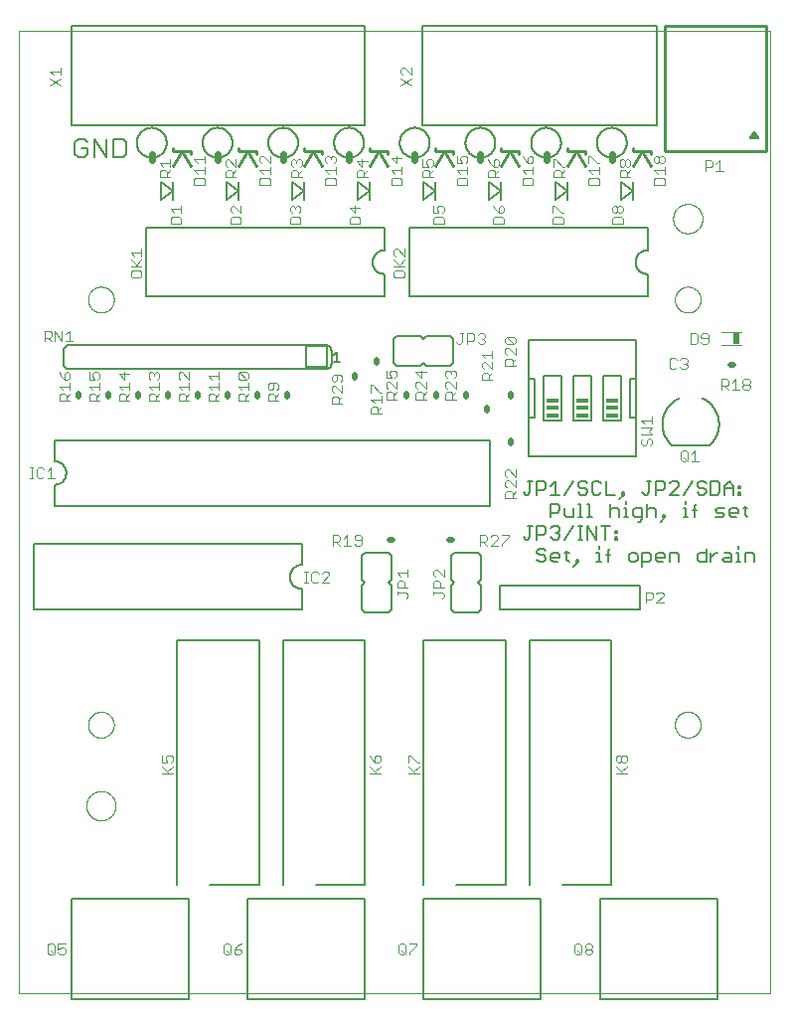
<source format=gto>
G04 EAGLE Gerber RS-274X export*
G75*
%MOMM*%
%FSLAX34Y34*%
%LPD*%
%INSilk Top*%
%IPPOS*%
%AMOC8*
5,1,8,0,0,1.08239X$1,22.5*%
G01*
%ADD10C,0.000000*%
%ADD11C,0.127000*%
%ADD12C,0.177800*%
%ADD13C,0.254000*%
%ADD14C,0.101600*%
%ADD15C,0.152400*%
%ADD16C,0.609600*%
%ADD17C,0.508000*%
%ADD18R,1.016000X0.381000*%
%ADD19C,0.203200*%
%ADD20R,0.600000X1.100000*%

G36*
X629641Y727249D02*
X629641Y727249D01*
X629784Y727263D01*
X629799Y727269D01*
X629816Y727271D01*
X629948Y727323D01*
X630083Y727372D01*
X630096Y727382D01*
X630111Y727388D01*
X630227Y727472D01*
X630345Y727553D01*
X630355Y727565D01*
X630369Y727574D01*
X630460Y727685D01*
X630554Y727792D01*
X630561Y727807D01*
X630571Y727819D01*
X630632Y727948D01*
X630697Y728077D01*
X630700Y728093D01*
X630707Y728107D01*
X630734Y728247D01*
X630764Y728387D01*
X630764Y728404D01*
X630767Y728420D01*
X630758Y728562D01*
X630753Y728705D01*
X630748Y728721D01*
X630747Y728737D01*
X630703Y728873D01*
X630662Y729010D01*
X630652Y729030D01*
X630649Y729039D01*
X630639Y729055D01*
X630588Y729153D01*
X627588Y734153D01*
X627520Y734240D01*
X627458Y734333D01*
X627422Y734365D01*
X627392Y734403D01*
X627304Y734471D01*
X627221Y734545D01*
X627178Y734567D01*
X627139Y734596D01*
X627037Y734640D01*
X626938Y734691D01*
X626891Y734702D01*
X626847Y734721D01*
X626737Y734738D01*
X626629Y734763D01*
X626580Y734762D01*
X626532Y734769D01*
X626422Y734758D01*
X626311Y734755D01*
X626264Y734742D01*
X626216Y734737D01*
X626111Y734699D01*
X626005Y734669D01*
X625963Y734644D01*
X625917Y734628D01*
X625826Y734565D01*
X625730Y734509D01*
X625695Y734475D01*
X625655Y734447D01*
X625582Y734364D01*
X625503Y734286D01*
X625461Y734224D01*
X625446Y734208D01*
X625438Y734192D01*
X625412Y734153D01*
X622412Y729153D01*
X622354Y729022D01*
X622293Y728893D01*
X622290Y728877D01*
X622283Y728862D01*
X622260Y728721D01*
X622233Y728581D01*
X622234Y728564D01*
X622232Y728548D01*
X622244Y728405D01*
X622253Y728263D01*
X622258Y728248D01*
X622260Y728231D01*
X622307Y728096D01*
X622351Y727961D01*
X622360Y727947D01*
X622365Y727931D01*
X622445Y727812D01*
X622521Y727692D01*
X622533Y727681D01*
X622542Y727667D01*
X622649Y727572D01*
X622753Y727474D01*
X622767Y727466D01*
X622779Y727455D01*
X622906Y727390D01*
X623031Y727320D01*
X623047Y727316D01*
X623062Y727309D01*
X623201Y727277D01*
X623339Y727241D01*
X623362Y727240D01*
X623371Y727237D01*
X623390Y727238D01*
X623500Y727231D01*
X629500Y727231D01*
X629641Y727249D01*
G37*
D10*
X0Y0D02*
X640000Y0D01*
X640000Y820000D01*
X0Y820000D01*
X0Y0D01*
X557500Y660000D02*
X557504Y660307D01*
X557515Y660613D01*
X557534Y660920D01*
X557560Y661225D01*
X557594Y661530D01*
X557635Y661834D01*
X557684Y662137D01*
X557740Y662439D01*
X557804Y662739D01*
X557875Y663037D01*
X557953Y663334D01*
X558038Y663629D01*
X558131Y663921D01*
X558231Y664211D01*
X558338Y664499D01*
X558452Y664784D01*
X558572Y665066D01*
X558700Y665344D01*
X558835Y665620D01*
X558976Y665892D01*
X559124Y666161D01*
X559278Y666426D01*
X559439Y666687D01*
X559607Y666945D01*
X559780Y667198D01*
X559960Y667446D01*
X560146Y667690D01*
X560337Y667930D01*
X560535Y668165D01*
X560738Y668394D01*
X560947Y668619D01*
X561161Y668839D01*
X561381Y669053D01*
X561606Y669262D01*
X561835Y669465D01*
X562070Y669663D01*
X562310Y669854D01*
X562554Y670040D01*
X562802Y670220D01*
X563055Y670393D01*
X563313Y670561D01*
X563574Y670722D01*
X563839Y670876D01*
X564108Y671024D01*
X564380Y671165D01*
X564656Y671300D01*
X564934Y671428D01*
X565216Y671548D01*
X565501Y671662D01*
X565789Y671769D01*
X566079Y671869D01*
X566371Y671962D01*
X566666Y672047D01*
X566963Y672125D01*
X567261Y672196D01*
X567561Y672260D01*
X567863Y672316D01*
X568166Y672365D01*
X568470Y672406D01*
X568775Y672440D01*
X569080Y672466D01*
X569387Y672485D01*
X569693Y672496D01*
X570000Y672500D01*
X570307Y672496D01*
X570613Y672485D01*
X570920Y672466D01*
X571225Y672440D01*
X571530Y672406D01*
X571834Y672365D01*
X572137Y672316D01*
X572439Y672260D01*
X572739Y672196D01*
X573037Y672125D01*
X573334Y672047D01*
X573629Y671962D01*
X573921Y671869D01*
X574211Y671769D01*
X574499Y671662D01*
X574784Y671548D01*
X575066Y671428D01*
X575344Y671300D01*
X575620Y671165D01*
X575892Y671024D01*
X576161Y670876D01*
X576426Y670722D01*
X576687Y670561D01*
X576945Y670393D01*
X577198Y670220D01*
X577446Y670040D01*
X577690Y669854D01*
X577930Y669663D01*
X578165Y669465D01*
X578394Y669262D01*
X578619Y669053D01*
X578839Y668839D01*
X579053Y668619D01*
X579262Y668394D01*
X579465Y668165D01*
X579663Y667930D01*
X579854Y667690D01*
X580040Y667446D01*
X580220Y667198D01*
X580393Y666945D01*
X580561Y666687D01*
X580722Y666426D01*
X580876Y666161D01*
X581024Y665892D01*
X581165Y665620D01*
X581300Y665344D01*
X581428Y665066D01*
X581548Y664784D01*
X581662Y664499D01*
X581769Y664211D01*
X581869Y663921D01*
X581962Y663629D01*
X582047Y663334D01*
X582125Y663037D01*
X582196Y662739D01*
X582260Y662439D01*
X582316Y662137D01*
X582365Y661834D01*
X582406Y661530D01*
X582440Y661225D01*
X582466Y660920D01*
X582485Y660613D01*
X582496Y660307D01*
X582500Y660000D01*
X582496Y659693D01*
X582485Y659387D01*
X582466Y659080D01*
X582440Y658775D01*
X582406Y658470D01*
X582365Y658166D01*
X582316Y657863D01*
X582260Y657561D01*
X582196Y657261D01*
X582125Y656963D01*
X582047Y656666D01*
X581962Y656371D01*
X581869Y656079D01*
X581769Y655789D01*
X581662Y655501D01*
X581548Y655216D01*
X581428Y654934D01*
X581300Y654656D01*
X581165Y654380D01*
X581024Y654108D01*
X580876Y653839D01*
X580722Y653574D01*
X580561Y653313D01*
X580393Y653055D01*
X580220Y652802D01*
X580040Y652554D01*
X579854Y652310D01*
X579663Y652070D01*
X579465Y651835D01*
X579262Y651606D01*
X579053Y651381D01*
X578839Y651161D01*
X578619Y650947D01*
X578394Y650738D01*
X578165Y650535D01*
X577930Y650337D01*
X577690Y650146D01*
X577446Y649960D01*
X577198Y649780D01*
X576945Y649607D01*
X576687Y649439D01*
X576426Y649278D01*
X576161Y649124D01*
X575892Y648976D01*
X575620Y648835D01*
X575344Y648700D01*
X575066Y648572D01*
X574784Y648452D01*
X574499Y648338D01*
X574211Y648231D01*
X573921Y648131D01*
X573629Y648038D01*
X573334Y647953D01*
X573037Y647875D01*
X572739Y647804D01*
X572439Y647740D01*
X572137Y647684D01*
X571834Y647635D01*
X571530Y647594D01*
X571225Y647560D01*
X570920Y647534D01*
X570613Y647515D01*
X570307Y647504D01*
X570000Y647500D01*
X569693Y647504D01*
X569387Y647515D01*
X569080Y647534D01*
X568775Y647560D01*
X568470Y647594D01*
X568166Y647635D01*
X567863Y647684D01*
X567561Y647740D01*
X567261Y647804D01*
X566963Y647875D01*
X566666Y647953D01*
X566371Y648038D01*
X566079Y648131D01*
X565789Y648231D01*
X565501Y648338D01*
X565216Y648452D01*
X564934Y648572D01*
X564656Y648700D01*
X564380Y648835D01*
X564108Y648976D01*
X563839Y649124D01*
X563574Y649278D01*
X563313Y649439D01*
X563055Y649607D01*
X562802Y649780D01*
X562554Y649960D01*
X562310Y650146D01*
X562070Y650337D01*
X561835Y650535D01*
X561606Y650738D01*
X561381Y650947D01*
X561161Y651161D01*
X560947Y651381D01*
X560738Y651606D01*
X560535Y651835D01*
X560337Y652070D01*
X560146Y652310D01*
X559960Y652554D01*
X559780Y652802D01*
X559607Y653055D01*
X559439Y653313D01*
X559278Y653574D01*
X559124Y653839D01*
X558976Y654108D01*
X558835Y654380D01*
X558700Y654656D01*
X558572Y654934D01*
X558452Y655216D01*
X558338Y655501D01*
X558231Y655789D01*
X558131Y656079D01*
X558038Y656371D01*
X557953Y656666D01*
X557875Y656963D01*
X557804Y657261D01*
X557740Y657561D01*
X557684Y657863D01*
X557635Y658166D01*
X557594Y658470D01*
X557560Y658775D01*
X557534Y659080D01*
X557515Y659387D01*
X557504Y659693D01*
X557500Y660000D01*
X57500Y160000D02*
X57504Y160307D01*
X57515Y160613D01*
X57534Y160920D01*
X57560Y161225D01*
X57594Y161530D01*
X57635Y161834D01*
X57684Y162137D01*
X57740Y162439D01*
X57804Y162739D01*
X57875Y163037D01*
X57953Y163334D01*
X58038Y163629D01*
X58131Y163921D01*
X58231Y164211D01*
X58338Y164499D01*
X58452Y164784D01*
X58572Y165066D01*
X58700Y165344D01*
X58835Y165620D01*
X58976Y165892D01*
X59124Y166161D01*
X59278Y166426D01*
X59439Y166687D01*
X59607Y166945D01*
X59780Y167198D01*
X59960Y167446D01*
X60146Y167690D01*
X60337Y167930D01*
X60535Y168165D01*
X60738Y168394D01*
X60947Y168619D01*
X61161Y168839D01*
X61381Y169053D01*
X61606Y169262D01*
X61835Y169465D01*
X62070Y169663D01*
X62310Y169854D01*
X62554Y170040D01*
X62802Y170220D01*
X63055Y170393D01*
X63313Y170561D01*
X63574Y170722D01*
X63839Y170876D01*
X64108Y171024D01*
X64380Y171165D01*
X64656Y171300D01*
X64934Y171428D01*
X65216Y171548D01*
X65501Y171662D01*
X65789Y171769D01*
X66079Y171869D01*
X66371Y171962D01*
X66666Y172047D01*
X66963Y172125D01*
X67261Y172196D01*
X67561Y172260D01*
X67863Y172316D01*
X68166Y172365D01*
X68470Y172406D01*
X68775Y172440D01*
X69080Y172466D01*
X69387Y172485D01*
X69693Y172496D01*
X70000Y172500D01*
X70307Y172496D01*
X70613Y172485D01*
X70920Y172466D01*
X71225Y172440D01*
X71530Y172406D01*
X71834Y172365D01*
X72137Y172316D01*
X72439Y172260D01*
X72739Y172196D01*
X73037Y172125D01*
X73334Y172047D01*
X73629Y171962D01*
X73921Y171869D01*
X74211Y171769D01*
X74499Y171662D01*
X74784Y171548D01*
X75066Y171428D01*
X75344Y171300D01*
X75620Y171165D01*
X75892Y171024D01*
X76161Y170876D01*
X76426Y170722D01*
X76687Y170561D01*
X76945Y170393D01*
X77198Y170220D01*
X77446Y170040D01*
X77690Y169854D01*
X77930Y169663D01*
X78165Y169465D01*
X78394Y169262D01*
X78619Y169053D01*
X78839Y168839D01*
X79053Y168619D01*
X79262Y168394D01*
X79465Y168165D01*
X79663Y167930D01*
X79854Y167690D01*
X80040Y167446D01*
X80220Y167198D01*
X80393Y166945D01*
X80561Y166687D01*
X80722Y166426D01*
X80876Y166161D01*
X81024Y165892D01*
X81165Y165620D01*
X81300Y165344D01*
X81428Y165066D01*
X81548Y164784D01*
X81662Y164499D01*
X81769Y164211D01*
X81869Y163921D01*
X81962Y163629D01*
X82047Y163334D01*
X82125Y163037D01*
X82196Y162739D01*
X82260Y162439D01*
X82316Y162137D01*
X82365Y161834D01*
X82406Y161530D01*
X82440Y161225D01*
X82466Y160920D01*
X82485Y160613D01*
X82496Y160307D01*
X82500Y160000D01*
X82496Y159693D01*
X82485Y159387D01*
X82466Y159080D01*
X82440Y158775D01*
X82406Y158470D01*
X82365Y158166D01*
X82316Y157863D01*
X82260Y157561D01*
X82196Y157261D01*
X82125Y156963D01*
X82047Y156666D01*
X81962Y156371D01*
X81869Y156079D01*
X81769Y155789D01*
X81662Y155501D01*
X81548Y155216D01*
X81428Y154934D01*
X81300Y154656D01*
X81165Y154380D01*
X81024Y154108D01*
X80876Y153839D01*
X80722Y153574D01*
X80561Y153313D01*
X80393Y153055D01*
X80220Y152802D01*
X80040Y152554D01*
X79854Y152310D01*
X79663Y152070D01*
X79465Y151835D01*
X79262Y151606D01*
X79053Y151381D01*
X78839Y151161D01*
X78619Y150947D01*
X78394Y150738D01*
X78165Y150535D01*
X77930Y150337D01*
X77690Y150146D01*
X77446Y149960D01*
X77198Y149780D01*
X76945Y149607D01*
X76687Y149439D01*
X76426Y149278D01*
X76161Y149124D01*
X75892Y148976D01*
X75620Y148835D01*
X75344Y148700D01*
X75066Y148572D01*
X74784Y148452D01*
X74499Y148338D01*
X74211Y148231D01*
X73921Y148131D01*
X73629Y148038D01*
X73334Y147953D01*
X73037Y147875D01*
X72739Y147804D01*
X72439Y147740D01*
X72137Y147684D01*
X71834Y147635D01*
X71530Y147594D01*
X71225Y147560D01*
X70920Y147534D01*
X70613Y147515D01*
X70307Y147504D01*
X70000Y147500D01*
X69693Y147504D01*
X69387Y147515D01*
X69080Y147534D01*
X68775Y147560D01*
X68470Y147594D01*
X68166Y147635D01*
X67863Y147684D01*
X67561Y147740D01*
X67261Y147804D01*
X66963Y147875D01*
X66666Y147953D01*
X66371Y148038D01*
X66079Y148131D01*
X65789Y148231D01*
X65501Y148338D01*
X65216Y148452D01*
X64934Y148572D01*
X64656Y148700D01*
X64380Y148835D01*
X64108Y148976D01*
X63839Y149124D01*
X63574Y149278D01*
X63313Y149439D01*
X63055Y149607D01*
X62802Y149780D01*
X62554Y149960D01*
X62310Y150146D01*
X62070Y150337D01*
X61835Y150535D01*
X61606Y150738D01*
X61381Y150947D01*
X61161Y151161D01*
X60947Y151381D01*
X60738Y151606D01*
X60535Y151835D01*
X60337Y152070D01*
X60146Y152310D01*
X59960Y152554D01*
X59780Y152802D01*
X59607Y153055D01*
X59439Y153313D01*
X59278Y153574D01*
X59124Y153839D01*
X58976Y154108D01*
X58835Y154380D01*
X58700Y154656D01*
X58572Y154934D01*
X58452Y155216D01*
X58338Y155501D01*
X58231Y155789D01*
X58131Y156079D01*
X58038Y156371D01*
X57953Y156666D01*
X57875Y156963D01*
X57804Y157261D01*
X57740Y157561D01*
X57684Y157863D01*
X57635Y158166D01*
X57594Y158470D01*
X57560Y158775D01*
X57534Y159080D01*
X57515Y159387D01*
X57504Y159693D01*
X57500Y160000D01*
X559000Y591000D02*
X559003Y591270D01*
X559013Y591540D01*
X559030Y591809D01*
X559053Y592078D01*
X559083Y592347D01*
X559119Y592614D01*
X559162Y592881D01*
X559211Y593146D01*
X559267Y593410D01*
X559330Y593673D01*
X559398Y593934D01*
X559474Y594193D01*
X559555Y594450D01*
X559643Y594706D01*
X559737Y594959D01*
X559837Y595210D01*
X559944Y595458D01*
X560056Y595703D01*
X560175Y595946D01*
X560299Y596185D01*
X560429Y596422D01*
X560565Y596655D01*
X560707Y596885D01*
X560854Y597111D01*
X561007Y597334D01*
X561165Y597553D01*
X561328Y597768D01*
X561497Y597978D01*
X561671Y598185D01*
X561850Y598387D01*
X562033Y598585D01*
X562222Y598778D01*
X562415Y598967D01*
X562613Y599150D01*
X562815Y599329D01*
X563022Y599503D01*
X563232Y599672D01*
X563447Y599835D01*
X563666Y599993D01*
X563889Y600146D01*
X564115Y600293D01*
X564345Y600435D01*
X564578Y600571D01*
X564815Y600701D01*
X565054Y600825D01*
X565297Y600944D01*
X565542Y601056D01*
X565790Y601163D01*
X566041Y601263D01*
X566294Y601357D01*
X566550Y601445D01*
X566807Y601526D01*
X567066Y601602D01*
X567327Y601670D01*
X567590Y601733D01*
X567854Y601789D01*
X568119Y601838D01*
X568386Y601881D01*
X568653Y601917D01*
X568922Y601947D01*
X569191Y601970D01*
X569460Y601987D01*
X569730Y601997D01*
X570000Y602000D01*
X570270Y601997D01*
X570540Y601987D01*
X570809Y601970D01*
X571078Y601947D01*
X571347Y601917D01*
X571614Y601881D01*
X571881Y601838D01*
X572146Y601789D01*
X572410Y601733D01*
X572673Y601670D01*
X572934Y601602D01*
X573193Y601526D01*
X573450Y601445D01*
X573706Y601357D01*
X573959Y601263D01*
X574210Y601163D01*
X574458Y601056D01*
X574703Y600944D01*
X574946Y600825D01*
X575185Y600701D01*
X575422Y600571D01*
X575655Y600435D01*
X575885Y600293D01*
X576111Y600146D01*
X576334Y599993D01*
X576553Y599835D01*
X576768Y599672D01*
X576978Y599503D01*
X577185Y599329D01*
X577387Y599150D01*
X577585Y598967D01*
X577778Y598778D01*
X577967Y598585D01*
X578150Y598387D01*
X578329Y598185D01*
X578503Y597978D01*
X578672Y597768D01*
X578835Y597553D01*
X578993Y597334D01*
X579146Y597111D01*
X579293Y596885D01*
X579435Y596655D01*
X579571Y596422D01*
X579701Y596185D01*
X579825Y595946D01*
X579944Y595703D01*
X580056Y595458D01*
X580163Y595210D01*
X580263Y594959D01*
X580357Y594706D01*
X580445Y594450D01*
X580526Y594193D01*
X580602Y593934D01*
X580670Y593673D01*
X580733Y593410D01*
X580789Y593146D01*
X580838Y592881D01*
X580881Y592614D01*
X580917Y592347D01*
X580947Y592078D01*
X580970Y591809D01*
X580987Y591540D01*
X580997Y591270D01*
X581000Y591000D01*
X580997Y590730D01*
X580987Y590460D01*
X580970Y590191D01*
X580947Y589922D01*
X580917Y589653D01*
X580881Y589386D01*
X580838Y589119D01*
X580789Y588854D01*
X580733Y588590D01*
X580670Y588327D01*
X580602Y588066D01*
X580526Y587807D01*
X580445Y587550D01*
X580357Y587294D01*
X580263Y587041D01*
X580163Y586790D01*
X580056Y586542D01*
X579944Y586297D01*
X579825Y586054D01*
X579701Y585815D01*
X579571Y585578D01*
X579435Y585345D01*
X579293Y585115D01*
X579146Y584889D01*
X578993Y584666D01*
X578835Y584447D01*
X578672Y584232D01*
X578503Y584022D01*
X578329Y583815D01*
X578150Y583613D01*
X577967Y583415D01*
X577778Y583222D01*
X577585Y583033D01*
X577387Y582850D01*
X577185Y582671D01*
X576978Y582497D01*
X576768Y582328D01*
X576553Y582165D01*
X576334Y582007D01*
X576111Y581854D01*
X575885Y581707D01*
X575655Y581565D01*
X575422Y581429D01*
X575185Y581299D01*
X574946Y581175D01*
X574703Y581056D01*
X574458Y580944D01*
X574210Y580837D01*
X573959Y580737D01*
X573706Y580643D01*
X573450Y580555D01*
X573193Y580474D01*
X572934Y580398D01*
X572673Y580330D01*
X572410Y580267D01*
X572146Y580211D01*
X571881Y580162D01*
X571614Y580119D01*
X571347Y580083D01*
X571078Y580053D01*
X570809Y580030D01*
X570540Y580013D01*
X570270Y580003D01*
X570000Y580000D01*
X569730Y580003D01*
X569460Y580013D01*
X569191Y580030D01*
X568922Y580053D01*
X568653Y580083D01*
X568386Y580119D01*
X568119Y580162D01*
X567854Y580211D01*
X567590Y580267D01*
X567327Y580330D01*
X567066Y580398D01*
X566807Y580474D01*
X566550Y580555D01*
X566294Y580643D01*
X566041Y580737D01*
X565790Y580837D01*
X565542Y580944D01*
X565297Y581056D01*
X565054Y581175D01*
X564815Y581299D01*
X564578Y581429D01*
X564345Y581565D01*
X564115Y581707D01*
X563889Y581854D01*
X563666Y582007D01*
X563447Y582165D01*
X563232Y582328D01*
X563022Y582497D01*
X562815Y582671D01*
X562613Y582850D01*
X562415Y583033D01*
X562222Y583222D01*
X562033Y583415D01*
X561850Y583613D01*
X561671Y583815D01*
X561497Y584022D01*
X561328Y584232D01*
X561165Y584447D01*
X561007Y584666D01*
X560854Y584889D01*
X560707Y585115D01*
X560565Y585345D01*
X560429Y585578D01*
X560299Y585815D01*
X560175Y586054D01*
X560056Y586297D01*
X559944Y586542D01*
X559837Y586790D01*
X559737Y587041D01*
X559643Y587294D01*
X559555Y587550D01*
X559474Y587807D01*
X559398Y588066D01*
X559330Y588327D01*
X559267Y588590D01*
X559211Y588854D01*
X559162Y589119D01*
X559119Y589386D01*
X559083Y589653D01*
X559053Y589922D01*
X559030Y590191D01*
X559013Y590460D01*
X559003Y590730D01*
X559000Y591000D01*
X559000Y229000D02*
X559003Y229270D01*
X559013Y229540D01*
X559030Y229809D01*
X559053Y230078D01*
X559083Y230347D01*
X559119Y230614D01*
X559162Y230881D01*
X559211Y231146D01*
X559267Y231410D01*
X559330Y231673D01*
X559398Y231934D01*
X559474Y232193D01*
X559555Y232450D01*
X559643Y232706D01*
X559737Y232959D01*
X559837Y233210D01*
X559944Y233458D01*
X560056Y233703D01*
X560175Y233946D01*
X560299Y234185D01*
X560429Y234422D01*
X560565Y234655D01*
X560707Y234885D01*
X560854Y235111D01*
X561007Y235334D01*
X561165Y235553D01*
X561328Y235768D01*
X561497Y235978D01*
X561671Y236185D01*
X561850Y236387D01*
X562033Y236585D01*
X562222Y236778D01*
X562415Y236967D01*
X562613Y237150D01*
X562815Y237329D01*
X563022Y237503D01*
X563232Y237672D01*
X563447Y237835D01*
X563666Y237993D01*
X563889Y238146D01*
X564115Y238293D01*
X564345Y238435D01*
X564578Y238571D01*
X564815Y238701D01*
X565054Y238825D01*
X565297Y238944D01*
X565542Y239056D01*
X565790Y239163D01*
X566041Y239263D01*
X566294Y239357D01*
X566550Y239445D01*
X566807Y239526D01*
X567066Y239602D01*
X567327Y239670D01*
X567590Y239733D01*
X567854Y239789D01*
X568119Y239838D01*
X568386Y239881D01*
X568653Y239917D01*
X568922Y239947D01*
X569191Y239970D01*
X569460Y239987D01*
X569730Y239997D01*
X570000Y240000D01*
X570270Y239997D01*
X570540Y239987D01*
X570809Y239970D01*
X571078Y239947D01*
X571347Y239917D01*
X571614Y239881D01*
X571881Y239838D01*
X572146Y239789D01*
X572410Y239733D01*
X572673Y239670D01*
X572934Y239602D01*
X573193Y239526D01*
X573450Y239445D01*
X573706Y239357D01*
X573959Y239263D01*
X574210Y239163D01*
X574458Y239056D01*
X574703Y238944D01*
X574946Y238825D01*
X575185Y238701D01*
X575422Y238571D01*
X575655Y238435D01*
X575885Y238293D01*
X576111Y238146D01*
X576334Y237993D01*
X576553Y237835D01*
X576768Y237672D01*
X576978Y237503D01*
X577185Y237329D01*
X577387Y237150D01*
X577585Y236967D01*
X577778Y236778D01*
X577967Y236585D01*
X578150Y236387D01*
X578329Y236185D01*
X578503Y235978D01*
X578672Y235768D01*
X578835Y235553D01*
X578993Y235334D01*
X579146Y235111D01*
X579293Y234885D01*
X579435Y234655D01*
X579571Y234422D01*
X579701Y234185D01*
X579825Y233946D01*
X579944Y233703D01*
X580056Y233458D01*
X580163Y233210D01*
X580263Y232959D01*
X580357Y232706D01*
X580445Y232450D01*
X580526Y232193D01*
X580602Y231934D01*
X580670Y231673D01*
X580733Y231410D01*
X580789Y231146D01*
X580838Y230881D01*
X580881Y230614D01*
X580917Y230347D01*
X580947Y230078D01*
X580970Y229809D01*
X580987Y229540D01*
X580997Y229270D01*
X581000Y229000D01*
X580997Y228730D01*
X580987Y228460D01*
X580970Y228191D01*
X580947Y227922D01*
X580917Y227653D01*
X580881Y227386D01*
X580838Y227119D01*
X580789Y226854D01*
X580733Y226590D01*
X580670Y226327D01*
X580602Y226066D01*
X580526Y225807D01*
X580445Y225550D01*
X580357Y225294D01*
X580263Y225041D01*
X580163Y224790D01*
X580056Y224542D01*
X579944Y224297D01*
X579825Y224054D01*
X579701Y223815D01*
X579571Y223578D01*
X579435Y223345D01*
X579293Y223115D01*
X579146Y222889D01*
X578993Y222666D01*
X578835Y222447D01*
X578672Y222232D01*
X578503Y222022D01*
X578329Y221815D01*
X578150Y221613D01*
X577967Y221415D01*
X577778Y221222D01*
X577585Y221033D01*
X577387Y220850D01*
X577185Y220671D01*
X576978Y220497D01*
X576768Y220328D01*
X576553Y220165D01*
X576334Y220007D01*
X576111Y219854D01*
X575885Y219707D01*
X575655Y219565D01*
X575422Y219429D01*
X575185Y219299D01*
X574946Y219175D01*
X574703Y219056D01*
X574458Y218944D01*
X574210Y218837D01*
X573959Y218737D01*
X573706Y218643D01*
X573450Y218555D01*
X573193Y218474D01*
X572934Y218398D01*
X572673Y218330D01*
X572410Y218267D01*
X572146Y218211D01*
X571881Y218162D01*
X571614Y218119D01*
X571347Y218083D01*
X571078Y218053D01*
X570809Y218030D01*
X570540Y218013D01*
X570270Y218003D01*
X570000Y218000D01*
X569730Y218003D01*
X569460Y218013D01*
X569191Y218030D01*
X568922Y218053D01*
X568653Y218083D01*
X568386Y218119D01*
X568119Y218162D01*
X567854Y218211D01*
X567590Y218267D01*
X567327Y218330D01*
X567066Y218398D01*
X566807Y218474D01*
X566550Y218555D01*
X566294Y218643D01*
X566041Y218737D01*
X565790Y218837D01*
X565542Y218944D01*
X565297Y219056D01*
X565054Y219175D01*
X564815Y219299D01*
X564578Y219429D01*
X564345Y219565D01*
X564115Y219707D01*
X563889Y219854D01*
X563666Y220007D01*
X563447Y220165D01*
X563232Y220328D01*
X563022Y220497D01*
X562815Y220671D01*
X562613Y220850D01*
X562415Y221033D01*
X562222Y221222D01*
X562033Y221415D01*
X561850Y221613D01*
X561671Y221815D01*
X561497Y222022D01*
X561328Y222232D01*
X561165Y222447D01*
X561007Y222666D01*
X560854Y222889D01*
X560707Y223115D01*
X560565Y223345D01*
X560429Y223578D01*
X560299Y223815D01*
X560175Y224054D01*
X560056Y224297D01*
X559944Y224542D01*
X559837Y224790D01*
X559737Y225041D01*
X559643Y225294D01*
X559555Y225550D01*
X559474Y225807D01*
X559398Y226066D01*
X559330Y226327D01*
X559267Y226590D01*
X559211Y226854D01*
X559162Y227119D01*
X559119Y227386D01*
X559083Y227653D01*
X559053Y227922D01*
X559030Y228191D01*
X559013Y228460D01*
X559003Y228730D01*
X559000Y229000D01*
X59000Y229000D02*
X59003Y229270D01*
X59013Y229540D01*
X59030Y229809D01*
X59053Y230078D01*
X59083Y230347D01*
X59119Y230614D01*
X59162Y230881D01*
X59211Y231146D01*
X59267Y231410D01*
X59330Y231673D01*
X59398Y231934D01*
X59474Y232193D01*
X59555Y232450D01*
X59643Y232706D01*
X59737Y232959D01*
X59837Y233210D01*
X59944Y233458D01*
X60056Y233703D01*
X60175Y233946D01*
X60299Y234185D01*
X60429Y234422D01*
X60565Y234655D01*
X60707Y234885D01*
X60854Y235111D01*
X61007Y235334D01*
X61165Y235553D01*
X61328Y235768D01*
X61497Y235978D01*
X61671Y236185D01*
X61850Y236387D01*
X62033Y236585D01*
X62222Y236778D01*
X62415Y236967D01*
X62613Y237150D01*
X62815Y237329D01*
X63022Y237503D01*
X63232Y237672D01*
X63447Y237835D01*
X63666Y237993D01*
X63889Y238146D01*
X64115Y238293D01*
X64345Y238435D01*
X64578Y238571D01*
X64815Y238701D01*
X65054Y238825D01*
X65297Y238944D01*
X65542Y239056D01*
X65790Y239163D01*
X66041Y239263D01*
X66294Y239357D01*
X66550Y239445D01*
X66807Y239526D01*
X67066Y239602D01*
X67327Y239670D01*
X67590Y239733D01*
X67854Y239789D01*
X68119Y239838D01*
X68386Y239881D01*
X68653Y239917D01*
X68922Y239947D01*
X69191Y239970D01*
X69460Y239987D01*
X69730Y239997D01*
X70000Y240000D01*
X70270Y239997D01*
X70540Y239987D01*
X70809Y239970D01*
X71078Y239947D01*
X71347Y239917D01*
X71614Y239881D01*
X71881Y239838D01*
X72146Y239789D01*
X72410Y239733D01*
X72673Y239670D01*
X72934Y239602D01*
X73193Y239526D01*
X73450Y239445D01*
X73706Y239357D01*
X73959Y239263D01*
X74210Y239163D01*
X74458Y239056D01*
X74703Y238944D01*
X74946Y238825D01*
X75185Y238701D01*
X75422Y238571D01*
X75655Y238435D01*
X75885Y238293D01*
X76111Y238146D01*
X76334Y237993D01*
X76553Y237835D01*
X76768Y237672D01*
X76978Y237503D01*
X77185Y237329D01*
X77387Y237150D01*
X77585Y236967D01*
X77778Y236778D01*
X77967Y236585D01*
X78150Y236387D01*
X78329Y236185D01*
X78503Y235978D01*
X78672Y235768D01*
X78835Y235553D01*
X78993Y235334D01*
X79146Y235111D01*
X79293Y234885D01*
X79435Y234655D01*
X79571Y234422D01*
X79701Y234185D01*
X79825Y233946D01*
X79944Y233703D01*
X80056Y233458D01*
X80163Y233210D01*
X80263Y232959D01*
X80357Y232706D01*
X80445Y232450D01*
X80526Y232193D01*
X80602Y231934D01*
X80670Y231673D01*
X80733Y231410D01*
X80789Y231146D01*
X80838Y230881D01*
X80881Y230614D01*
X80917Y230347D01*
X80947Y230078D01*
X80970Y229809D01*
X80987Y229540D01*
X80997Y229270D01*
X81000Y229000D01*
X80997Y228730D01*
X80987Y228460D01*
X80970Y228191D01*
X80947Y227922D01*
X80917Y227653D01*
X80881Y227386D01*
X80838Y227119D01*
X80789Y226854D01*
X80733Y226590D01*
X80670Y226327D01*
X80602Y226066D01*
X80526Y225807D01*
X80445Y225550D01*
X80357Y225294D01*
X80263Y225041D01*
X80163Y224790D01*
X80056Y224542D01*
X79944Y224297D01*
X79825Y224054D01*
X79701Y223815D01*
X79571Y223578D01*
X79435Y223345D01*
X79293Y223115D01*
X79146Y222889D01*
X78993Y222666D01*
X78835Y222447D01*
X78672Y222232D01*
X78503Y222022D01*
X78329Y221815D01*
X78150Y221613D01*
X77967Y221415D01*
X77778Y221222D01*
X77585Y221033D01*
X77387Y220850D01*
X77185Y220671D01*
X76978Y220497D01*
X76768Y220328D01*
X76553Y220165D01*
X76334Y220007D01*
X76111Y219854D01*
X75885Y219707D01*
X75655Y219565D01*
X75422Y219429D01*
X75185Y219299D01*
X74946Y219175D01*
X74703Y219056D01*
X74458Y218944D01*
X74210Y218837D01*
X73959Y218737D01*
X73706Y218643D01*
X73450Y218555D01*
X73193Y218474D01*
X72934Y218398D01*
X72673Y218330D01*
X72410Y218267D01*
X72146Y218211D01*
X71881Y218162D01*
X71614Y218119D01*
X71347Y218083D01*
X71078Y218053D01*
X70809Y218030D01*
X70540Y218013D01*
X70270Y218003D01*
X70000Y218000D01*
X69730Y218003D01*
X69460Y218013D01*
X69191Y218030D01*
X68922Y218053D01*
X68653Y218083D01*
X68386Y218119D01*
X68119Y218162D01*
X67854Y218211D01*
X67590Y218267D01*
X67327Y218330D01*
X67066Y218398D01*
X66807Y218474D01*
X66550Y218555D01*
X66294Y218643D01*
X66041Y218737D01*
X65790Y218837D01*
X65542Y218944D01*
X65297Y219056D01*
X65054Y219175D01*
X64815Y219299D01*
X64578Y219429D01*
X64345Y219565D01*
X64115Y219707D01*
X63889Y219854D01*
X63666Y220007D01*
X63447Y220165D01*
X63232Y220328D01*
X63022Y220497D01*
X62815Y220671D01*
X62613Y220850D01*
X62415Y221033D01*
X62222Y221222D01*
X62033Y221415D01*
X61850Y221613D01*
X61671Y221815D01*
X61497Y222022D01*
X61328Y222232D01*
X61165Y222447D01*
X61007Y222666D01*
X60854Y222889D01*
X60707Y223115D01*
X60565Y223345D01*
X60429Y223578D01*
X60299Y223815D01*
X60175Y224054D01*
X60056Y224297D01*
X59944Y224542D01*
X59837Y224790D01*
X59737Y225041D01*
X59643Y225294D01*
X59555Y225550D01*
X59474Y225807D01*
X59398Y226066D01*
X59330Y226327D01*
X59267Y226590D01*
X59211Y226854D01*
X59162Y227119D01*
X59119Y227386D01*
X59083Y227653D01*
X59053Y227922D01*
X59030Y228191D01*
X59013Y228460D01*
X59003Y228730D01*
X59000Y229000D01*
X59000Y591000D02*
X59003Y591270D01*
X59013Y591540D01*
X59030Y591809D01*
X59053Y592078D01*
X59083Y592347D01*
X59119Y592614D01*
X59162Y592881D01*
X59211Y593146D01*
X59267Y593410D01*
X59330Y593673D01*
X59398Y593934D01*
X59474Y594193D01*
X59555Y594450D01*
X59643Y594706D01*
X59737Y594959D01*
X59837Y595210D01*
X59944Y595458D01*
X60056Y595703D01*
X60175Y595946D01*
X60299Y596185D01*
X60429Y596422D01*
X60565Y596655D01*
X60707Y596885D01*
X60854Y597111D01*
X61007Y597334D01*
X61165Y597553D01*
X61328Y597768D01*
X61497Y597978D01*
X61671Y598185D01*
X61850Y598387D01*
X62033Y598585D01*
X62222Y598778D01*
X62415Y598967D01*
X62613Y599150D01*
X62815Y599329D01*
X63022Y599503D01*
X63232Y599672D01*
X63447Y599835D01*
X63666Y599993D01*
X63889Y600146D01*
X64115Y600293D01*
X64345Y600435D01*
X64578Y600571D01*
X64815Y600701D01*
X65054Y600825D01*
X65297Y600944D01*
X65542Y601056D01*
X65790Y601163D01*
X66041Y601263D01*
X66294Y601357D01*
X66550Y601445D01*
X66807Y601526D01*
X67066Y601602D01*
X67327Y601670D01*
X67590Y601733D01*
X67854Y601789D01*
X68119Y601838D01*
X68386Y601881D01*
X68653Y601917D01*
X68922Y601947D01*
X69191Y601970D01*
X69460Y601987D01*
X69730Y601997D01*
X70000Y602000D01*
X70270Y601997D01*
X70540Y601987D01*
X70809Y601970D01*
X71078Y601947D01*
X71347Y601917D01*
X71614Y601881D01*
X71881Y601838D01*
X72146Y601789D01*
X72410Y601733D01*
X72673Y601670D01*
X72934Y601602D01*
X73193Y601526D01*
X73450Y601445D01*
X73706Y601357D01*
X73959Y601263D01*
X74210Y601163D01*
X74458Y601056D01*
X74703Y600944D01*
X74946Y600825D01*
X75185Y600701D01*
X75422Y600571D01*
X75655Y600435D01*
X75885Y600293D01*
X76111Y600146D01*
X76334Y599993D01*
X76553Y599835D01*
X76768Y599672D01*
X76978Y599503D01*
X77185Y599329D01*
X77387Y599150D01*
X77585Y598967D01*
X77778Y598778D01*
X77967Y598585D01*
X78150Y598387D01*
X78329Y598185D01*
X78503Y597978D01*
X78672Y597768D01*
X78835Y597553D01*
X78993Y597334D01*
X79146Y597111D01*
X79293Y596885D01*
X79435Y596655D01*
X79571Y596422D01*
X79701Y596185D01*
X79825Y595946D01*
X79944Y595703D01*
X80056Y595458D01*
X80163Y595210D01*
X80263Y594959D01*
X80357Y594706D01*
X80445Y594450D01*
X80526Y594193D01*
X80602Y593934D01*
X80670Y593673D01*
X80733Y593410D01*
X80789Y593146D01*
X80838Y592881D01*
X80881Y592614D01*
X80917Y592347D01*
X80947Y592078D01*
X80970Y591809D01*
X80987Y591540D01*
X80997Y591270D01*
X81000Y591000D01*
X80997Y590730D01*
X80987Y590460D01*
X80970Y590191D01*
X80947Y589922D01*
X80917Y589653D01*
X80881Y589386D01*
X80838Y589119D01*
X80789Y588854D01*
X80733Y588590D01*
X80670Y588327D01*
X80602Y588066D01*
X80526Y587807D01*
X80445Y587550D01*
X80357Y587294D01*
X80263Y587041D01*
X80163Y586790D01*
X80056Y586542D01*
X79944Y586297D01*
X79825Y586054D01*
X79701Y585815D01*
X79571Y585578D01*
X79435Y585345D01*
X79293Y585115D01*
X79146Y584889D01*
X78993Y584666D01*
X78835Y584447D01*
X78672Y584232D01*
X78503Y584022D01*
X78329Y583815D01*
X78150Y583613D01*
X77967Y583415D01*
X77778Y583222D01*
X77585Y583033D01*
X77387Y582850D01*
X77185Y582671D01*
X76978Y582497D01*
X76768Y582328D01*
X76553Y582165D01*
X76334Y582007D01*
X76111Y581854D01*
X75885Y581707D01*
X75655Y581565D01*
X75422Y581429D01*
X75185Y581299D01*
X74946Y581175D01*
X74703Y581056D01*
X74458Y580944D01*
X74210Y580837D01*
X73959Y580737D01*
X73706Y580643D01*
X73450Y580555D01*
X73193Y580474D01*
X72934Y580398D01*
X72673Y580330D01*
X72410Y580267D01*
X72146Y580211D01*
X71881Y580162D01*
X71614Y580119D01*
X71347Y580083D01*
X71078Y580053D01*
X70809Y580030D01*
X70540Y580013D01*
X70270Y580003D01*
X70000Y580000D01*
X69730Y580003D01*
X69460Y580013D01*
X69191Y580030D01*
X68922Y580053D01*
X68653Y580083D01*
X68386Y580119D01*
X68119Y580162D01*
X67854Y580211D01*
X67590Y580267D01*
X67327Y580330D01*
X67066Y580398D01*
X66807Y580474D01*
X66550Y580555D01*
X66294Y580643D01*
X66041Y580737D01*
X65790Y580837D01*
X65542Y580944D01*
X65297Y581056D01*
X65054Y581175D01*
X64815Y581299D01*
X64578Y581429D01*
X64345Y581565D01*
X64115Y581707D01*
X63889Y581854D01*
X63666Y582007D01*
X63447Y582165D01*
X63232Y582328D01*
X63022Y582497D01*
X62815Y582671D01*
X62613Y582850D01*
X62415Y583033D01*
X62222Y583222D01*
X62033Y583415D01*
X61850Y583613D01*
X61671Y583815D01*
X61497Y584022D01*
X61328Y584232D01*
X61165Y584447D01*
X61007Y584666D01*
X60854Y584889D01*
X60707Y585115D01*
X60565Y585345D01*
X60429Y585578D01*
X60299Y585815D01*
X60175Y586054D01*
X60056Y586297D01*
X59944Y586542D01*
X59837Y586790D01*
X59737Y587041D01*
X59643Y587294D01*
X59555Y587550D01*
X59474Y587807D01*
X59398Y588066D01*
X59330Y588327D01*
X59267Y588590D01*
X59211Y588854D01*
X59162Y589119D01*
X59119Y589386D01*
X59083Y589653D01*
X59053Y589922D01*
X59030Y590191D01*
X59013Y590460D01*
X59003Y590730D01*
X59000Y591000D01*
D11*
X429888Y426792D02*
X431795Y424885D01*
X433701Y424885D01*
X435608Y426792D01*
X435608Y436325D01*
X433701Y436325D02*
X437515Y436325D01*
X441582Y436325D02*
X441582Y424885D01*
X441582Y436325D02*
X447302Y436325D01*
X449209Y434418D01*
X449209Y430605D01*
X447302Y428698D01*
X441582Y428698D01*
X453276Y432512D02*
X457089Y436325D01*
X457089Y424885D01*
X453276Y424885D02*
X460903Y424885D01*
X464970Y424885D02*
X472597Y436325D01*
X482384Y436325D02*
X484290Y434418D01*
X482384Y436325D02*
X478571Y436325D01*
X476664Y434418D01*
X476664Y432512D01*
X478571Y430605D01*
X482384Y430605D01*
X484290Y428698D01*
X484290Y426792D01*
X482384Y424885D01*
X478571Y424885D01*
X476664Y426792D01*
X494078Y436325D02*
X495984Y434418D01*
X494078Y436325D02*
X490265Y436325D01*
X488358Y434418D01*
X488358Y426792D01*
X490265Y424885D01*
X494078Y424885D01*
X495984Y426792D01*
X500052Y424885D02*
X500052Y436325D01*
X500052Y424885D02*
X507678Y424885D01*
X511746Y421072D02*
X515559Y424885D01*
X515559Y426792D01*
X513653Y426792D01*
X513653Y424885D01*
X515559Y424885D01*
X531236Y426792D02*
X533142Y424885D01*
X535049Y424885D01*
X536956Y426792D01*
X536956Y436325D01*
X538862Y436325D02*
X535049Y436325D01*
X542930Y436325D02*
X542930Y424885D01*
X542930Y436325D02*
X548650Y436325D01*
X550556Y434418D01*
X550556Y430605D01*
X548650Y428698D01*
X542930Y428698D01*
X554624Y424885D02*
X562250Y424885D01*
X554624Y424885D02*
X562250Y432512D01*
X562250Y434418D01*
X560344Y436325D01*
X556530Y436325D01*
X554624Y434418D01*
X566318Y424885D02*
X573944Y436325D01*
X583732Y436325D02*
X585638Y434418D01*
X583732Y436325D02*
X579918Y436325D01*
X578012Y434418D01*
X578012Y432512D01*
X579918Y430605D01*
X583732Y430605D01*
X585638Y428698D01*
X585638Y426792D01*
X583732Y424885D01*
X579918Y424885D01*
X578012Y426792D01*
X589706Y424885D02*
X589706Y436325D01*
X589706Y424885D02*
X595426Y424885D01*
X597332Y426792D01*
X597332Y434418D01*
X595426Y436325D01*
X589706Y436325D01*
X601400Y432512D02*
X601400Y424885D01*
X601400Y432512D02*
X605213Y436325D01*
X609026Y432512D01*
X609026Y424885D01*
X609026Y430605D02*
X601400Y430605D01*
X613094Y432512D02*
X615000Y432512D01*
X615000Y430605D01*
X613094Y430605D01*
X613094Y432512D01*
X613094Y426792D02*
X615000Y426792D01*
X615000Y424885D01*
X613094Y424885D01*
X613094Y426792D01*
X453276Y417275D02*
X453276Y405835D01*
X453276Y417275D02*
X458996Y417275D01*
X460903Y415368D01*
X460903Y411555D01*
X458996Y409648D01*
X453276Y409648D01*
X464970Y407742D02*
X464970Y413462D01*
X464970Y407742D02*
X466877Y405835D01*
X472597Y405835D01*
X472597Y413462D01*
X476664Y417275D02*
X478571Y417275D01*
X478571Y405835D01*
X480477Y405835D02*
X476664Y405835D01*
X484460Y417275D02*
X486367Y417275D01*
X486367Y405835D01*
X488273Y405835D02*
X484460Y405835D01*
X503950Y405835D02*
X503950Y417275D01*
X505857Y413462D02*
X503950Y411555D01*
X505857Y413462D02*
X509670Y413462D01*
X511576Y411555D01*
X511576Y405835D01*
X515644Y413462D02*
X517550Y413462D01*
X517550Y405835D01*
X515644Y405835D02*
X519457Y405835D01*
X517550Y417275D02*
X517550Y419181D01*
X527253Y402022D02*
X529160Y402022D01*
X531066Y403928D01*
X531066Y413462D01*
X525346Y413462D01*
X523440Y411555D01*
X523440Y407742D01*
X525346Y405835D01*
X531066Y405835D01*
X535134Y405835D02*
X535134Y417275D01*
X537040Y413462D02*
X535134Y411555D01*
X537040Y413462D02*
X540854Y413462D01*
X542760Y411555D01*
X542760Y405835D01*
X546828Y402022D02*
X550641Y405835D01*
X550641Y407742D01*
X548734Y407742D01*
X548734Y405835D01*
X550641Y405835D01*
X566318Y413462D02*
X568224Y413462D01*
X568224Y405835D01*
X566318Y405835D02*
X570131Y405835D01*
X568224Y417275D02*
X568224Y419181D01*
X576020Y415368D02*
X576020Y405835D01*
X576020Y415368D02*
X577927Y417275D01*
X577927Y411555D02*
X574114Y411555D01*
X593604Y405835D02*
X599323Y405835D01*
X601230Y407742D01*
X599323Y409648D01*
X595510Y409648D01*
X593604Y411555D01*
X595510Y413462D01*
X601230Y413462D01*
X607204Y405835D02*
X611017Y405835D01*
X607204Y405835D02*
X605298Y407742D01*
X605298Y411555D01*
X607204Y413462D01*
X611017Y413462D01*
X612924Y411555D01*
X612924Y409648D01*
X605298Y409648D01*
X618898Y407742D02*
X618898Y415368D01*
X618898Y407742D02*
X620805Y405835D01*
X620805Y413462D02*
X616992Y413462D01*
X431795Y386785D02*
X429888Y388692D01*
X431795Y386785D02*
X433701Y386785D01*
X435608Y388692D01*
X435608Y398225D01*
X433701Y398225D02*
X437515Y398225D01*
X441582Y398225D02*
X441582Y386785D01*
X441582Y398225D02*
X447302Y398225D01*
X449209Y396318D01*
X449209Y392505D01*
X447302Y390598D01*
X441582Y390598D01*
X453276Y396318D02*
X455183Y398225D01*
X458996Y398225D01*
X460903Y396318D01*
X460903Y394412D01*
X458996Y392505D01*
X457089Y392505D01*
X458996Y392505D02*
X460903Y390598D01*
X460903Y388692D01*
X458996Y386785D01*
X455183Y386785D01*
X453276Y388692D01*
X464970Y386785D02*
X472597Y398225D01*
X476664Y386785D02*
X480477Y386785D01*
X478571Y386785D02*
X478571Y398225D01*
X480477Y398225D02*
X476664Y398225D01*
X484460Y398225D02*
X484460Y386785D01*
X492086Y386785D02*
X484460Y398225D01*
X492086Y398225D02*
X492086Y386785D01*
X499967Y386785D02*
X499967Y398225D01*
X496154Y398225D02*
X503780Y398225D01*
X507848Y394412D02*
X509755Y394412D01*
X509755Y392505D01*
X507848Y392505D01*
X507848Y394412D01*
X507848Y388692D02*
X509755Y388692D01*
X509755Y386785D01*
X507848Y386785D01*
X507848Y388692D01*
X449209Y377268D02*
X447302Y379175D01*
X443489Y379175D01*
X441582Y377268D01*
X441582Y375362D01*
X443489Y373455D01*
X447302Y373455D01*
X449209Y371548D01*
X449209Y369642D01*
X447302Y367735D01*
X443489Y367735D01*
X441582Y369642D01*
X455183Y367735D02*
X458996Y367735D01*
X455183Y367735D02*
X453276Y369642D01*
X453276Y373455D01*
X455183Y375362D01*
X458996Y375362D01*
X460903Y373455D01*
X460903Y371548D01*
X453276Y371548D01*
X466877Y369642D02*
X466877Y377268D01*
X466877Y369642D02*
X468783Y367735D01*
X468783Y375362D02*
X464970Y375362D01*
X472766Y363922D02*
X476579Y367735D01*
X476579Y369642D01*
X474673Y369642D01*
X474673Y367735D01*
X476579Y367735D01*
X492256Y375362D02*
X494163Y375362D01*
X494163Y367735D01*
X496069Y367735D02*
X492256Y367735D01*
X494163Y379175D02*
X494163Y381081D01*
X501959Y377268D02*
X501959Y367735D01*
X501959Y377268D02*
X503865Y379175D01*
X503865Y373455D02*
X500052Y373455D01*
X521448Y367735D02*
X525262Y367735D01*
X527168Y369642D01*
X527168Y373455D01*
X525262Y375362D01*
X521448Y375362D01*
X519542Y373455D01*
X519542Y369642D01*
X521448Y367735D01*
X531236Y363922D02*
X531236Y375362D01*
X536956Y375362D01*
X538862Y373455D01*
X538862Y369642D01*
X536956Y367735D01*
X531236Y367735D01*
X544836Y367735D02*
X548650Y367735D01*
X544836Y367735D02*
X542930Y369642D01*
X542930Y373455D01*
X544836Y375362D01*
X548650Y375362D01*
X550556Y373455D01*
X550556Y371548D01*
X542930Y371548D01*
X554624Y367735D02*
X554624Y375362D01*
X560344Y375362D01*
X562250Y373455D01*
X562250Y367735D01*
X585638Y367735D02*
X585638Y379175D01*
X585638Y367735D02*
X579918Y367735D01*
X578012Y369642D01*
X578012Y373455D01*
X579918Y375362D01*
X585638Y375362D01*
X589706Y375362D02*
X589706Y367735D01*
X589706Y371548D02*
X593519Y375362D01*
X595426Y375362D01*
X601357Y375362D02*
X605170Y375362D01*
X607077Y373455D01*
X607077Y367735D01*
X601357Y367735D01*
X599451Y369642D01*
X601357Y371548D01*
X607077Y371548D01*
X611145Y375362D02*
X613051Y375362D01*
X613051Y367735D01*
X611145Y367735D02*
X614958Y367735D01*
X613051Y379175D02*
X613051Y381081D01*
X618941Y375362D02*
X618941Y367735D01*
X618941Y375362D02*
X624660Y375362D01*
X626567Y373455D01*
X626567Y367735D01*
D12*
X58509Y725345D02*
X55839Y728015D01*
X50501Y728015D01*
X47832Y725345D01*
X47832Y714668D01*
X50501Y711999D01*
X55839Y711999D01*
X58509Y714668D01*
X58509Y720007D01*
X53170Y720007D01*
X64203Y711999D02*
X64203Y728015D01*
X74880Y711999D01*
X74880Y728015D01*
X80575Y728015D02*
X80575Y711999D01*
X88583Y711999D01*
X91252Y714668D01*
X91252Y725345D01*
X88583Y728015D01*
X80575Y728015D01*
D13*
X146320Y717080D02*
X146320Y714540D01*
X138700Y717080D02*
X146320Y704380D01*
X138700Y717080D02*
X131080Y704380D01*
X138700Y717080D02*
X146320Y717080D01*
X138700Y717080D02*
X131080Y717080D01*
X131080Y719620D01*
D14*
X149200Y688884D02*
X158192Y688884D01*
X158192Y693380D01*
X156693Y694879D01*
X150699Y694879D01*
X149200Y693380D01*
X149200Y688884D01*
X152198Y698092D02*
X149200Y701089D01*
X158192Y701089D01*
X158192Y698092D02*
X158192Y704087D01*
X152198Y707300D02*
X149200Y710297D01*
X158192Y710297D01*
X158192Y707300D02*
X158192Y713295D01*
D15*
X344920Y676380D02*
X355080Y684000D01*
X344920Y691620D01*
X355080Y684000D02*
X355080Y676380D01*
X355080Y684000D02*
X355080Y691620D01*
X344920Y691620D02*
X344920Y676380D01*
D14*
X353300Y655800D02*
X362292Y655800D01*
X362292Y660296D01*
X360793Y661795D01*
X354799Y661795D01*
X353300Y660296D01*
X353300Y655800D01*
X353300Y665008D02*
X353300Y671002D01*
X353300Y665008D02*
X357796Y665008D01*
X356298Y668005D01*
X356298Y669504D01*
X357796Y671002D01*
X360793Y671002D01*
X362292Y669504D01*
X362292Y666507D01*
X360793Y665008D01*
D13*
X426320Y714540D02*
X426320Y717080D01*
X418700Y717080D02*
X426320Y704380D01*
X418700Y717080D02*
X411080Y704380D01*
X418700Y717080D02*
X426320Y717080D01*
X418700Y717080D02*
X411080Y717080D01*
X411080Y719620D01*
D14*
X429200Y688884D02*
X438192Y688884D01*
X438192Y693380D01*
X436693Y694879D01*
X430699Y694879D01*
X429200Y693380D01*
X429200Y688884D01*
X432198Y698092D02*
X429200Y701089D01*
X438192Y701089D01*
X438192Y698092D02*
X438192Y704087D01*
X430699Y710297D02*
X429200Y713295D01*
X430699Y710297D02*
X433696Y707300D01*
X436693Y707300D01*
X438192Y708799D01*
X438192Y711796D01*
X436693Y713295D01*
X435195Y713295D01*
X433696Y711796D01*
X433696Y707300D01*
D15*
X411080Y684000D02*
X400920Y676380D01*
X411080Y684000D02*
X400920Y691620D01*
X411080Y684000D02*
X411080Y676380D01*
X411080Y684000D02*
X411080Y691620D01*
X400920Y691620D02*
X400920Y676380D01*
D14*
X404300Y655800D02*
X413292Y655800D01*
X413292Y660296D01*
X411793Y661795D01*
X405799Y661795D01*
X404300Y660296D01*
X404300Y655800D01*
X405799Y668005D02*
X404300Y671002D01*
X405799Y668005D02*
X408796Y665008D01*
X411793Y665008D01*
X413292Y666507D01*
X413292Y669504D01*
X411793Y671002D01*
X410295Y671002D01*
X408796Y669504D01*
X408796Y665008D01*
D13*
X482320Y714540D02*
X482320Y717080D01*
X474700Y717080D02*
X482320Y704380D01*
X474700Y717080D02*
X467080Y704380D01*
X474700Y717080D02*
X482320Y717080D01*
X474700Y717080D02*
X467080Y717080D01*
X467080Y719620D01*
D14*
X485200Y688884D02*
X494192Y688884D01*
X494192Y693380D01*
X492693Y694879D01*
X486699Y694879D01*
X485200Y693380D01*
X485200Y688884D01*
X488198Y698092D02*
X485200Y701089D01*
X494192Y701089D01*
X494192Y698092D02*
X494192Y704087D01*
X485200Y707300D02*
X485200Y713295D01*
X486699Y713295D01*
X492693Y707300D01*
X494192Y707300D01*
D15*
X467080Y684000D02*
X456920Y676380D01*
X467080Y684000D02*
X456920Y691620D01*
X467080Y684000D02*
X467080Y676380D01*
X467080Y684000D02*
X467080Y691620D01*
X456920Y691620D02*
X456920Y676380D01*
D14*
X455000Y655800D02*
X463992Y655800D01*
X463992Y660296D01*
X462493Y661795D01*
X456499Y661795D01*
X455000Y660296D01*
X455000Y655800D01*
X455000Y665008D02*
X455000Y671002D01*
X456499Y671002D01*
X462493Y665008D01*
X463992Y665008D01*
D13*
X538320Y714540D02*
X538320Y717080D01*
X530700Y717080D02*
X538320Y704380D01*
X530700Y717080D02*
X523080Y704380D01*
X530700Y717080D02*
X538320Y717080D01*
X530700Y717080D02*
X523080Y717080D01*
X523080Y719620D01*
D14*
X541200Y688884D02*
X550192Y688884D01*
X550192Y693380D01*
X548693Y694879D01*
X542699Y694879D01*
X541200Y693380D01*
X541200Y688884D01*
X544198Y698092D02*
X541200Y701089D01*
X550192Y701089D01*
X550192Y698092D02*
X550192Y704087D01*
X542699Y707300D02*
X541200Y708799D01*
X541200Y711796D01*
X542699Y713295D01*
X544198Y713295D01*
X545696Y711796D01*
X547195Y713295D01*
X548693Y713295D01*
X550192Y711796D01*
X550192Y708799D01*
X548693Y707300D01*
X547195Y707300D01*
X545696Y708799D01*
X544198Y707300D01*
X542699Y707300D01*
X545696Y708799D02*
X545696Y711796D01*
D15*
X523080Y684000D02*
X512920Y676380D01*
X523080Y684000D02*
X512920Y691620D01*
X523080Y684000D02*
X523080Y676380D01*
X523080Y684000D02*
X523080Y691620D01*
X512920Y691620D02*
X512920Y676380D01*
D14*
X514692Y655800D02*
X505700Y655800D01*
X514692Y655800D02*
X514692Y660296D01*
X513193Y661795D01*
X507199Y661795D01*
X505700Y660296D01*
X505700Y655800D01*
X507199Y665008D02*
X505700Y666507D01*
X505700Y669504D01*
X507199Y671002D01*
X508698Y671002D01*
X510196Y669504D01*
X511695Y671002D01*
X513193Y671002D01*
X514692Y669504D01*
X514692Y666507D01*
X513193Y665008D01*
X511695Y665008D01*
X510196Y666507D01*
X508698Y665008D01*
X507199Y665008D01*
X510196Y666507D02*
X510196Y669504D01*
D15*
X131080Y684000D02*
X120920Y676380D01*
X131080Y684000D02*
X120920Y691620D01*
X131080Y684000D02*
X131080Y676380D01*
X131080Y684000D02*
X131080Y691620D01*
X120920Y691620D02*
X120920Y676380D01*
D14*
X129300Y655800D02*
X138292Y655800D01*
X138292Y660296D01*
X136793Y661795D01*
X130799Y661795D01*
X129300Y660296D01*
X129300Y655800D01*
X132298Y665008D02*
X129300Y668005D01*
X138292Y668005D01*
X138292Y665008D02*
X138292Y671002D01*
D13*
X202320Y714540D02*
X202320Y717080D01*
X194700Y717080D02*
X202320Y704380D01*
X194700Y717080D02*
X187080Y704380D01*
X194700Y717080D02*
X202320Y717080D01*
X194700Y717080D02*
X187080Y717080D01*
X187080Y719620D01*
D14*
X205200Y688884D02*
X214192Y688884D01*
X214192Y693380D01*
X212693Y694879D01*
X206699Y694879D01*
X205200Y693380D01*
X205200Y688884D01*
X208198Y698092D02*
X205200Y701089D01*
X214192Y701089D01*
X214192Y698092D02*
X214192Y704087D01*
X214192Y707300D02*
X214192Y713295D01*
X208198Y713295D02*
X214192Y707300D01*
X208198Y713295D02*
X206699Y713295D01*
X205200Y711796D01*
X205200Y708799D01*
X206699Y707300D01*
D15*
X187080Y684000D02*
X176920Y676380D01*
X187080Y684000D02*
X176920Y691620D01*
X187080Y684000D02*
X187080Y676380D01*
X187080Y684000D02*
X187080Y691620D01*
X176920Y691620D02*
X176920Y676380D01*
D14*
X180300Y655800D02*
X189292Y655800D01*
X189292Y660296D01*
X187793Y661795D01*
X181799Y661795D01*
X180300Y660296D01*
X180300Y655800D01*
X189292Y665008D02*
X189292Y671002D01*
X189292Y665008D02*
X183298Y671002D01*
X181799Y671002D01*
X180300Y669504D01*
X180300Y666507D01*
X181799Y665008D01*
D13*
X258320Y714540D02*
X258320Y717080D01*
X250700Y717080D02*
X258320Y704380D01*
X250700Y717080D02*
X243080Y704380D01*
X250700Y717080D02*
X258320Y717080D01*
X250700Y717080D02*
X243080Y717080D01*
X243080Y719620D01*
D14*
X261200Y688884D02*
X270192Y688884D01*
X270192Y693380D01*
X268693Y694879D01*
X262699Y694879D01*
X261200Y693380D01*
X261200Y688884D01*
X264198Y698092D02*
X261200Y701089D01*
X270192Y701089D01*
X270192Y698092D02*
X270192Y704087D01*
X262699Y707300D02*
X261200Y708799D01*
X261200Y711796D01*
X262699Y713295D01*
X264198Y713295D01*
X265696Y711796D01*
X265696Y710297D01*
X265696Y711796D02*
X267195Y713295D01*
X268693Y713295D01*
X270192Y711796D01*
X270192Y708799D01*
X268693Y707300D01*
D15*
X243080Y684000D02*
X232920Y676380D01*
X243080Y684000D02*
X232920Y691620D01*
X243080Y684000D02*
X243080Y676380D01*
X243080Y684000D02*
X243080Y691620D01*
X232920Y691620D02*
X232920Y676380D01*
D14*
X231100Y655800D02*
X240092Y655800D01*
X240092Y660296D01*
X238593Y661795D01*
X232599Y661795D01*
X231100Y660296D01*
X231100Y655800D01*
X232599Y665008D02*
X231100Y666507D01*
X231100Y669504D01*
X232599Y671002D01*
X234098Y671002D01*
X235596Y669504D01*
X235596Y668005D01*
X235596Y669504D02*
X237095Y671002D01*
X238593Y671002D01*
X240092Y669504D01*
X240092Y666507D01*
X238593Y665008D01*
D13*
X314320Y714540D02*
X314320Y717080D01*
X306700Y717080D02*
X314320Y704380D01*
X306700Y717080D02*
X299080Y704380D01*
X306700Y717080D02*
X314320Y717080D01*
X306700Y717080D02*
X299080Y717080D01*
X299080Y719620D01*
D14*
X317200Y688884D02*
X326192Y688884D01*
X326192Y693380D01*
X324693Y694879D01*
X318699Y694879D01*
X317200Y693380D01*
X317200Y688884D01*
X320198Y698092D02*
X317200Y701089D01*
X326192Y701089D01*
X326192Y698092D02*
X326192Y704087D01*
X326192Y711796D02*
X317200Y711796D01*
X321696Y707300D01*
X321696Y713295D01*
D15*
X299080Y684000D02*
X288920Y676380D01*
X299080Y684000D02*
X288920Y691620D01*
X299080Y684000D02*
X299080Y676380D01*
X299080Y684000D02*
X299080Y691620D01*
X288920Y691620D02*
X288920Y676380D01*
D14*
X290892Y655800D02*
X281900Y655800D01*
X290892Y655800D02*
X290892Y660296D01*
X289393Y661795D01*
X283399Y661795D01*
X281900Y660296D01*
X281900Y655800D01*
X281900Y669504D02*
X290892Y669504D01*
X286396Y665008D02*
X281900Y669504D01*
X286396Y671002D02*
X286396Y665008D01*
D13*
X370320Y714540D02*
X370320Y717080D01*
X362700Y717080D02*
X370320Y704380D01*
X362700Y717080D02*
X355080Y704380D01*
X362700Y717080D02*
X370320Y717080D01*
X362700Y717080D02*
X355080Y717080D01*
X355080Y719620D01*
D14*
X373200Y688884D02*
X382192Y688884D01*
X382192Y693380D01*
X380693Y694879D01*
X374699Y694879D01*
X373200Y693380D01*
X373200Y688884D01*
X376198Y698092D02*
X373200Y701089D01*
X382192Y701089D01*
X382192Y698092D02*
X382192Y704087D01*
X373200Y707300D02*
X373200Y713295D01*
X373200Y707300D02*
X377696Y707300D01*
X376198Y710297D01*
X376198Y711796D01*
X377696Y713295D01*
X380693Y713295D01*
X382192Y711796D01*
X382192Y708799D01*
X380693Y707300D01*
D15*
X30280Y433340D02*
X30280Y415560D01*
X30280Y433340D02*
X30527Y433343D01*
X30775Y433352D01*
X31022Y433367D01*
X31268Y433388D01*
X31514Y433415D01*
X31759Y433448D01*
X32004Y433487D01*
X32247Y433532D01*
X32489Y433583D01*
X32730Y433640D01*
X32969Y433702D01*
X33207Y433771D01*
X33443Y433845D01*
X33677Y433925D01*
X33909Y434010D01*
X34139Y434102D01*
X34367Y434198D01*
X34592Y434301D01*
X34815Y434408D01*
X35035Y434522D01*
X35252Y434640D01*
X35467Y434764D01*
X35678Y434893D01*
X35886Y435027D01*
X36091Y435166D01*
X36292Y435310D01*
X36490Y435458D01*
X36684Y435612D01*
X36874Y435770D01*
X37060Y435933D01*
X37242Y436100D01*
X37420Y436272D01*
X37594Y436448D01*
X37764Y436628D01*
X37929Y436813D01*
X38089Y437001D01*
X38245Y437193D01*
X38397Y437389D01*
X38543Y437588D01*
X38685Y437791D01*
X38821Y437998D01*
X38953Y438207D01*
X39079Y438420D01*
X39200Y438636D01*
X39316Y438854D01*
X39426Y439076D01*
X39531Y439300D01*
X39631Y439526D01*
X39725Y439755D01*
X39813Y439986D01*
X39896Y440220D01*
X39973Y440455D01*
X40044Y440692D01*
X40110Y440930D01*
X40169Y441170D01*
X40223Y441412D01*
X40271Y441655D01*
X40313Y441898D01*
X40349Y442143D01*
X40379Y442389D01*
X40403Y442635D01*
X40421Y442882D01*
X40433Y443129D01*
X40439Y443376D01*
X40439Y443624D01*
X40433Y443871D01*
X40421Y444118D01*
X40403Y444365D01*
X40379Y444611D01*
X40349Y444857D01*
X40313Y445102D01*
X40271Y445345D01*
X40223Y445588D01*
X40169Y445830D01*
X40110Y446070D01*
X40044Y446308D01*
X39973Y446545D01*
X39896Y446780D01*
X39813Y447014D01*
X39725Y447245D01*
X39631Y447474D01*
X39531Y447700D01*
X39426Y447924D01*
X39316Y448146D01*
X39200Y448364D01*
X39079Y448580D01*
X38953Y448793D01*
X38821Y449002D01*
X38685Y449209D01*
X38543Y449412D01*
X38397Y449611D01*
X38245Y449807D01*
X38089Y449999D01*
X37929Y450187D01*
X37764Y450372D01*
X37594Y450552D01*
X37420Y450728D01*
X37242Y450900D01*
X37060Y451067D01*
X36874Y451230D01*
X36684Y451388D01*
X36490Y451542D01*
X36292Y451690D01*
X36091Y451834D01*
X35886Y451973D01*
X35678Y452107D01*
X35467Y452236D01*
X35252Y452360D01*
X35035Y452478D01*
X34815Y452592D01*
X34592Y452699D01*
X34367Y452802D01*
X34139Y452898D01*
X33909Y452990D01*
X33677Y453075D01*
X33443Y453155D01*
X33207Y453229D01*
X32969Y453298D01*
X32730Y453360D01*
X32489Y453417D01*
X32247Y453468D01*
X32004Y453513D01*
X31759Y453552D01*
X31514Y453585D01*
X31268Y453612D01*
X31022Y453633D01*
X30775Y453648D01*
X30527Y453657D01*
X30280Y453660D01*
X30280Y415560D02*
X401120Y415560D01*
X30280Y453660D02*
X30280Y471440D01*
X401120Y471440D01*
X401120Y415560D01*
D14*
X12228Y439008D02*
X9231Y439008D01*
X10729Y439008D02*
X10729Y448000D01*
X9231Y448000D02*
X12228Y448000D01*
X19865Y448000D02*
X21364Y446501D01*
X19865Y448000D02*
X16868Y448000D01*
X15369Y446501D01*
X15369Y440507D01*
X16868Y439008D01*
X19865Y439008D01*
X21364Y440507D01*
X24577Y445002D02*
X27574Y448000D01*
X27574Y439008D01*
X24577Y439008D02*
X30572Y439008D01*
D15*
X12500Y327060D02*
X241100Y327060D01*
X241100Y382940D02*
X12500Y382940D01*
X12500Y327060D01*
X241100Y327060D02*
X241100Y344840D01*
X241100Y365160D02*
X241100Y382940D01*
X241100Y365160D02*
X240853Y365157D01*
X240605Y365148D01*
X240358Y365133D01*
X240112Y365112D01*
X239866Y365085D01*
X239621Y365052D01*
X239376Y365013D01*
X239133Y364968D01*
X238891Y364917D01*
X238650Y364860D01*
X238411Y364798D01*
X238173Y364729D01*
X237937Y364655D01*
X237703Y364575D01*
X237471Y364490D01*
X237241Y364398D01*
X237013Y364302D01*
X236788Y364199D01*
X236565Y364092D01*
X236345Y363978D01*
X236128Y363860D01*
X235913Y363736D01*
X235702Y363607D01*
X235494Y363473D01*
X235289Y363334D01*
X235088Y363190D01*
X234890Y363042D01*
X234696Y362888D01*
X234506Y362730D01*
X234320Y362567D01*
X234138Y362400D01*
X233960Y362228D01*
X233786Y362052D01*
X233616Y361872D01*
X233451Y361687D01*
X233291Y361499D01*
X233135Y361307D01*
X232983Y361111D01*
X232837Y360912D01*
X232695Y360709D01*
X232559Y360502D01*
X232427Y360293D01*
X232301Y360080D01*
X232180Y359864D01*
X232064Y359646D01*
X231954Y359424D01*
X231849Y359200D01*
X231749Y358974D01*
X231655Y358745D01*
X231567Y358514D01*
X231484Y358280D01*
X231407Y358045D01*
X231336Y357808D01*
X231270Y357570D01*
X231211Y357330D01*
X231157Y357088D01*
X231109Y356845D01*
X231067Y356602D01*
X231031Y356357D01*
X231001Y356111D01*
X230977Y355865D01*
X230959Y355618D01*
X230947Y355371D01*
X230941Y355124D01*
X230941Y354876D01*
X230947Y354629D01*
X230959Y354382D01*
X230977Y354135D01*
X231001Y353889D01*
X231031Y353643D01*
X231067Y353398D01*
X231109Y353155D01*
X231157Y352912D01*
X231211Y352670D01*
X231270Y352430D01*
X231336Y352192D01*
X231407Y351955D01*
X231484Y351720D01*
X231567Y351486D01*
X231655Y351255D01*
X231749Y351026D01*
X231849Y350800D01*
X231954Y350576D01*
X232064Y350354D01*
X232180Y350136D01*
X232301Y349920D01*
X232427Y349707D01*
X232559Y349498D01*
X232695Y349291D01*
X232837Y349088D01*
X232983Y348889D01*
X233135Y348693D01*
X233291Y348501D01*
X233451Y348313D01*
X233616Y348128D01*
X233786Y347948D01*
X233960Y347772D01*
X234138Y347600D01*
X234320Y347433D01*
X234506Y347270D01*
X234696Y347112D01*
X234890Y346958D01*
X235088Y346810D01*
X235289Y346666D01*
X235494Y346527D01*
X235702Y346393D01*
X235913Y346264D01*
X236128Y346140D01*
X236345Y346022D01*
X236565Y345908D01*
X236788Y345801D01*
X237013Y345698D01*
X237241Y345602D01*
X237471Y345510D01*
X237703Y345425D01*
X237937Y345345D01*
X238173Y345271D01*
X238411Y345202D01*
X238650Y345140D01*
X238891Y345083D01*
X239133Y345032D01*
X239376Y344987D01*
X239621Y344948D01*
X239866Y344915D01*
X240112Y344888D01*
X240358Y344867D01*
X240605Y344852D01*
X240853Y344843D01*
X241100Y344840D01*
D14*
X243231Y350388D02*
X246228Y350388D01*
X244729Y350388D02*
X244729Y359380D01*
X243231Y359380D02*
X246228Y359380D01*
X253865Y359380D02*
X255364Y357881D01*
X253865Y359380D02*
X250868Y359380D01*
X249369Y357881D01*
X249369Y351887D01*
X250868Y350388D01*
X253865Y350388D01*
X255364Y351887D01*
X258577Y350388D02*
X264572Y350388D01*
X264572Y356382D02*
X258577Y350388D01*
X264572Y356382D02*
X264572Y357881D01*
X263073Y359380D01*
X260076Y359380D01*
X258577Y357881D01*
D16*
X113300Y709460D02*
X113300Y714540D01*
D15*
X100600Y724700D02*
X100604Y725012D01*
X100615Y725323D01*
X100634Y725634D01*
X100661Y725945D01*
X100696Y726255D01*
X100737Y726563D01*
X100787Y726871D01*
X100844Y727178D01*
X100909Y727483D01*
X100981Y727786D01*
X101060Y728087D01*
X101147Y728387D01*
X101241Y728684D01*
X101342Y728979D01*
X101451Y729271D01*
X101567Y729560D01*
X101690Y729847D01*
X101819Y730130D01*
X101956Y730410D01*
X102100Y730687D01*
X102250Y730960D01*
X102407Y731229D01*
X102570Y731494D01*
X102740Y731756D01*
X102917Y732013D01*
X103099Y732265D01*
X103288Y732513D01*
X103483Y732757D01*
X103683Y732995D01*
X103890Y733229D01*
X104102Y733457D01*
X104320Y733680D01*
X104543Y733898D01*
X104771Y734110D01*
X105005Y734317D01*
X105243Y734517D01*
X105487Y734712D01*
X105735Y734901D01*
X105987Y735083D01*
X106244Y735260D01*
X106506Y735430D01*
X106771Y735593D01*
X107040Y735750D01*
X107313Y735900D01*
X107590Y736044D01*
X107870Y736181D01*
X108153Y736310D01*
X108440Y736433D01*
X108729Y736549D01*
X109021Y736658D01*
X109316Y736759D01*
X109613Y736853D01*
X109913Y736940D01*
X110214Y737019D01*
X110517Y737091D01*
X110822Y737156D01*
X111129Y737213D01*
X111437Y737263D01*
X111745Y737304D01*
X112055Y737339D01*
X112366Y737366D01*
X112677Y737385D01*
X112988Y737396D01*
X113300Y737400D01*
X113612Y737396D01*
X113923Y737385D01*
X114234Y737366D01*
X114545Y737339D01*
X114855Y737304D01*
X115163Y737263D01*
X115471Y737213D01*
X115778Y737156D01*
X116083Y737091D01*
X116386Y737019D01*
X116687Y736940D01*
X116987Y736853D01*
X117284Y736759D01*
X117579Y736658D01*
X117871Y736549D01*
X118160Y736433D01*
X118447Y736310D01*
X118730Y736181D01*
X119010Y736044D01*
X119287Y735900D01*
X119560Y735750D01*
X119829Y735593D01*
X120094Y735430D01*
X120356Y735260D01*
X120613Y735083D01*
X120865Y734901D01*
X121113Y734712D01*
X121357Y734517D01*
X121595Y734317D01*
X121829Y734110D01*
X122057Y733898D01*
X122280Y733680D01*
X122498Y733457D01*
X122710Y733229D01*
X122917Y732995D01*
X123117Y732757D01*
X123312Y732513D01*
X123501Y732265D01*
X123683Y732013D01*
X123860Y731756D01*
X124030Y731494D01*
X124193Y731229D01*
X124350Y730960D01*
X124500Y730687D01*
X124644Y730410D01*
X124781Y730130D01*
X124910Y729847D01*
X125033Y729560D01*
X125149Y729271D01*
X125258Y728979D01*
X125359Y728684D01*
X125453Y728387D01*
X125540Y728087D01*
X125619Y727786D01*
X125691Y727483D01*
X125756Y727178D01*
X125813Y726871D01*
X125863Y726563D01*
X125904Y726255D01*
X125939Y725945D01*
X125966Y725634D01*
X125985Y725323D01*
X125996Y725012D01*
X126000Y724700D01*
X125996Y724388D01*
X125985Y724077D01*
X125966Y723766D01*
X125939Y723455D01*
X125904Y723145D01*
X125863Y722837D01*
X125813Y722529D01*
X125756Y722222D01*
X125691Y721917D01*
X125619Y721614D01*
X125540Y721313D01*
X125453Y721013D01*
X125359Y720716D01*
X125258Y720421D01*
X125149Y720129D01*
X125033Y719840D01*
X124910Y719553D01*
X124781Y719270D01*
X124644Y718990D01*
X124500Y718713D01*
X124350Y718440D01*
X124193Y718171D01*
X124030Y717906D01*
X123860Y717644D01*
X123683Y717387D01*
X123501Y717135D01*
X123312Y716887D01*
X123117Y716643D01*
X122917Y716405D01*
X122710Y716171D01*
X122498Y715943D01*
X122280Y715720D01*
X122057Y715502D01*
X121829Y715290D01*
X121595Y715083D01*
X121357Y714883D01*
X121113Y714688D01*
X120865Y714499D01*
X120613Y714317D01*
X120356Y714140D01*
X120094Y713970D01*
X119829Y713807D01*
X119560Y713650D01*
X119287Y713500D01*
X119010Y713356D01*
X118730Y713219D01*
X118447Y713090D01*
X118160Y712967D01*
X117871Y712851D01*
X117579Y712742D01*
X117284Y712641D01*
X116987Y712547D01*
X116687Y712460D01*
X116386Y712381D01*
X116083Y712309D01*
X115778Y712244D01*
X115471Y712187D01*
X115163Y712137D01*
X114855Y712096D01*
X114545Y712061D01*
X114234Y712034D01*
X113923Y712015D01*
X113612Y712004D01*
X113300Y712000D01*
X112988Y712004D01*
X112677Y712015D01*
X112366Y712034D01*
X112055Y712061D01*
X111745Y712096D01*
X111437Y712137D01*
X111129Y712187D01*
X110822Y712244D01*
X110517Y712309D01*
X110214Y712381D01*
X109913Y712460D01*
X109613Y712547D01*
X109316Y712641D01*
X109021Y712742D01*
X108729Y712851D01*
X108440Y712967D01*
X108153Y713090D01*
X107870Y713219D01*
X107590Y713356D01*
X107313Y713500D01*
X107040Y713650D01*
X106771Y713807D01*
X106506Y713970D01*
X106244Y714140D01*
X105987Y714317D01*
X105735Y714499D01*
X105487Y714688D01*
X105243Y714883D01*
X105005Y715083D01*
X104771Y715290D01*
X104543Y715502D01*
X104320Y715720D01*
X104102Y715943D01*
X103890Y716171D01*
X103683Y716405D01*
X103483Y716643D01*
X103288Y716887D01*
X103099Y717135D01*
X102917Y717387D01*
X102740Y717644D01*
X102570Y717906D01*
X102407Y718171D01*
X102250Y718440D01*
X102100Y718713D01*
X101956Y718990D01*
X101819Y719270D01*
X101690Y719553D01*
X101567Y719840D01*
X101451Y720129D01*
X101342Y720421D01*
X101241Y720716D01*
X101147Y721013D01*
X101060Y721313D01*
X100981Y721614D01*
X100909Y721917D01*
X100844Y722222D01*
X100787Y722529D01*
X100737Y722837D01*
X100696Y723145D01*
X100661Y723455D01*
X100634Y723766D01*
X100615Y724077D01*
X100604Y724388D01*
X100600Y724700D01*
D14*
X120000Y695092D02*
X128992Y695092D01*
X120000Y695092D02*
X120000Y699588D01*
X121499Y701087D01*
X124496Y701087D01*
X125995Y699588D01*
X125995Y695092D01*
X125995Y698090D02*
X128992Y701087D01*
X122998Y704300D02*
X120000Y707297D01*
X128992Y707297D01*
X128992Y704300D02*
X128992Y710295D01*
D16*
X393300Y709460D02*
X393300Y714540D01*
D15*
X380600Y724700D02*
X380604Y725012D01*
X380615Y725323D01*
X380634Y725634D01*
X380661Y725945D01*
X380696Y726255D01*
X380737Y726563D01*
X380787Y726871D01*
X380844Y727178D01*
X380909Y727483D01*
X380981Y727786D01*
X381060Y728087D01*
X381147Y728387D01*
X381241Y728684D01*
X381342Y728979D01*
X381451Y729271D01*
X381567Y729560D01*
X381690Y729847D01*
X381819Y730130D01*
X381956Y730410D01*
X382100Y730687D01*
X382250Y730960D01*
X382407Y731229D01*
X382570Y731494D01*
X382740Y731756D01*
X382917Y732013D01*
X383099Y732265D01*
X383288Y732513D01*
X383483Y732757D01*
X383683Y732995D01*
X383890Y733229D01*
X384102Y733457D01*
X384320Y733680D01*
X384543Y733898D01*
X384771Y734110D01*
X385005Y734317D01*
X385243Y734517D01*
X385487Y734712D01*
X385735Y734901D01*
X385987Y735083D01*
X386244Y735260D01*
X386506Y735430D01*
X386771Y735593D01*
X387040Y735750D01*
X387313Y735900D01*
X387590Y736044D01*
X387870Y736181D01*
X388153Y736310D01*
X388440Y736433D01*
X388729Y736549D01*
X389021Y736658D01*
X389316Y736759D01*
X389613Y736853D01*
X389913Y736940D01*
X390214Y737019D01*
X390517Y737091D01*
X390822Y737156D01*
X391129Y737213D01*
X391437Y737263D01*
X391745Y737304D01*
X392055Y737339D01*
X392366Y737366D01*
X392677Y737385D01*
X392988Y737396D01*
X393300Y737400D01*
X393612Y737396D01*
X393923Y737385D01*
X394234Y737366D01*
X394545Y737339D01*
X394855Y737304D01*
X395163Y737263D01*
X395471Y737213D01*
X395778Y737156D01*
X396083Y737091D01*
X396386Y737019D01*
X396687Y736940D01*
X396987Y736853D01*
X397284Y736759D01*
X397579Y736658D01*
X397871Y736549D01*
X398160Y736433D01*
X398447Y736310D01*
X398730Y736181D01*
X399010Y736044D01*
X399287Y735900D01*
X399560Y735750D01*
X399829Y735593D01*
X400094Y735430D01*
X400356Y735260D01*
X400613Y735083D01*
X400865Y734901D01*
X401113Y734712D01*
X401357Y734517D01*
X401595Y734317D01*
X401829Y734110D01*
X402057Y733898D01*
X402280Y733680D01*
X402498Y733457D01*
X402710Y733229D01*
X402917Y732995D01*
X403117Y732757D01*
X403312Y732513D01*
X403501Y732265D01*
X403683Y732013D01*
X403860Y731756D01*
X404030Y731494D01*
X404193Y731229D01*
X404350Y730960D01*
X404500Y730687D01*
X404644Y730410D01*
X404781Y730130D01*
X404910Y729847D01*
X405033Y729560D01*
X405149Y729271D01*
X405258Y728979D01*
X405359Y728684D01*
X405453Y728387D01*
X405540Y728087D01*
X405619Y727786D01*
X405691Y727483D01*
X405756Y727178D01*
X405813Y726871D01*
X405863Y726563D01*
X405904Y726255D01*
X405939Y725945D01*
X405966Y725634D01*
X405985Y725323D01*
X405996Y725012D01*
X406000Y724700D01*
X405996Y724388D01*
X405985Y724077D01*
X405966Y723766D01*
X405939Y723455D01*
X405904Y723145D01*
X405863Y722837D01*
X405813Y722529D01*
X405756Y722222D01*
X405691Y721917D01*
X405619Y721614D01*
X405540Y721313D01*
X405453Y721013D01*
X405359Y720716D01*
X405258Y720421D01*
X405149Y720129D01*
X405033Y719840D01*
X404910Y719553D01*
X404781Y719270D01*
X404644Y718990D01*
X404500Y718713D01*
X404350Y718440D01*
X404193Y718171D01*
X404030Y717906D01*
X403860Y717644D01*
X403683Y717387D01*
X403501Y717135D01*
X403312Y716887D01*
X403117Y716643D01*
X402917Y716405D01*
X402710Y716171D01*
X402498Y715943D01*
X402280Y715720D01*
X402057Y715502D01*
X401829Y715290D01*
X401595Y715083D01*
X401357Y714883D01*
X401113Y714688D01*
X400865Y714499D01*
X400613Y714317D01*
X400356Y714140D01*
X400094Y713970D01*
X399829Y713807D01*
X399560Y713650D01*
X399287Y713500D01*
X399010Y713356D01*
X398730Y713219D01*
X398447Y713090D01*
X398160Y712967D01*
X397871Y712851D01*
X397579Y712742D01*
X397284Y712641D01*
X396987Y712547D01*
X396687Y712460D01*
X396386Y712381D01*
X396083Y712309D01*
X395778Y712244D01*
X395471Y712187D01*
X395163Y712137D01*
X394855Y712096D01*
X394545Y712061D01*
X394234Y712034D01*
X393923Y712015D01*
X393612Y712004D01*
X393300Y712000D01*
X392988Y712004D01*
X392677Y712015D01*
X392366Y712034D01*
X392055Y712061D01*
X391745Y712096D01*
X391437Y712137D01*
X391129Y712187D01*
X390822Y712244D01*
X390517Y712309D01*
X390214Y712381D01*
X389913Y712460D01*
X389613Y712547D01*
X389316Y712641D01*
X389021Y712742D01*
X388729Y712851D01*
X388440Y712967D01*
X388153Y713090D01*
X387870Y713219D01*
X387590Y713356D01*
X387313Y713500D01*
X387040Y713650D01*
X386771Y713807D01*
X386506Y713970D01*
X386244Y714140D01*
X385987Y714317D01*
X385735Y714499D01*
X385487Y714688D01*
X385243Y714883D01*
X385005Y715083D01*
X384771Y715290D01*
X384543Y715502D01*
X384320Y715720D01*
X384102Y715943D01*
X383890Y716171D01*
X383683Y716405D01*
X383483Y716643D01*
X383288Y716887D01*
X383099Y717135D01*
X382917Y717387D01*
X382740Y717644D01*
X382570Y717906D01*
X382407Y718171D01*
X382250Y718440D01*
X382100Y718713D01*
X381956Y718990D01*
X381819Y719270D01*
X381690Y719553D01*
X381567Y719840D01*
X381451Y720129D01*
X381342Y720421D01*
X381241Y720716D01*
X381147Y721013D01*
X381060Y721313D01*
X380981Y721614D01*
X380909Y721917D01*
X380844Y722222D01*
X380787Y722529D01*
X380737Y722837D01*
X380696Y723145D01*
X380661Y723455D01*
X380634Y723766D01*
X380615Y724077D01*
X380604Y724388D01*
X380600Y724700D01*
D14*
X400000Y695092D02*
X408992Y695092D01*
X400000Y695092D02*
X400000Y699588D01*
X401499Y701087D01*
X404496Y701087D01*
X405995Y699588D01*
X405995Y695092D01*
X405995Y698090D02*
X408992Y701087D01*
X401499Y707297D02*
X400000Y710295D01*
X401499Y707297D02*
X404496Y704300D01*
X407493Y704300D01*
X408992Y705799D01*
X408992Y708796D01*
X407493Y710295D01*
X405995Y710295D01*
X404496Y708796D01*
X404496Y704300D01*
D16*
X449300Y709460D02*
X449300Y714540D01*
D15*
X436600Y724700D02*
X436604Y725012D01*
X436615Y725323D01*
X436634Y725634D01*
X436661Y725945D01*
X436696Y726255D01*
X436737Y726563D01*
X436787Y726871D01*
X436844Y727178D01*
X436909Y727483D01*
X436981Y727786D01*
X437060Y728087D01*
X437147Y728387D01*
X437241Y728684D01*
X437342Y728979D01*
X437451Y729271D01*
X437567Y729560D01*
X437690Y729847D01*
X437819Y730130D01*
X437956Y730410D01*
X438100Y730687D01*
X438250Y730960D01*
X438407Y731229D01*
X438570Y731494D01*
X438740Y731756D01*
X438917Y732013D01*
X439099Y732265D01*
X439288Y732513D01*
X439483Y732757D01*
X439683Y732995D01*
X439890Y733229D01*
X440102Y733457D01*
X440320Y733680D01*
X440543Y733898D01*
X440771Y734110D01*
X441005Y734317D01*
X441243Y734517D01*
X441487Y734712D01*
X441735Y734901D01*
X441987Y735083D01*
X442244Y735260D01*
X442506Y735430D01*
X442771Y735593D01*
X443040Y735750D01*
X443313Y735900D01*
X443590Y736044D01*
X443870Y736181D01*
X444153Y736310D01*
X444440Y736433D01*
X444729Y736549D01*
X445021Y736658D01*
X445316Y736759D01*
X445613Y736853D01*
X445913Y736940D01*
X446214Y737019D01*
X446517Y737091D01*
X446822Y737156D01*
X447129Y737213D01*
X447437Y737263D01*
X447745Y737304D01*
X448055Y737339D01*
X448366Y737366D01*
X448677Y737385D01*
X448988Y737396D01*
X449300Y737400D01*
X449612Y737396D01*
X449923Y737385D01*
X450234Y737366D01*
X450545Y737339D01*
X450855Y737304D01*
X451163Y737263D01*
X451471Y737213D01*
X451778Y737156D01*
X452083Y737091D01*
X452386Y737019D01*
X452687Y736940D01*
X452987Y736853D01*
X453284Y736759D01*
X453579Y736658D01*
X453871Y736549D01*
X454160Y736433D01*
X454447Y736310D01*
X454730Y736181D01*
X455010Y736044D01*
X455287Y735900D01*
X455560Y735750D01*
X455829Y735593D01*
X456094Y735430D01*
X456356Y735260D01*
X456613Y735083D01*
X456865Y734901D01*
X457113Y734712D01*
X457357Y734517D01*
X457595Y734317D01*
X457829Y734110D01*
X458057Y733898D01*
X458280Y733680D01*
X458498Y733457D01*
X458710Y733229D01*
X458917Y732995D01*
X459117Y732757D01*
X459312Y732513D01*
X459501Y732265D01*
X459683Y732013D01*
X459860Y731756D01*
X460030Y731494D01*
X460193Y731229D01*
X460350Y730960D01*
X460500Y730687D01*
X460644Y730410D01*
X460781Y730130D01*
X460910Y729847D01*
X461033Y729560D01*
X461149Y729271D01*
X461258Y728979D01*
X461359Y728684D01*
X461453Y728387D01*
X461540Y728087D01*
X461619Y727786D01*
X461691Y727483D01*
X461756Y727178D01*
X461813Y726871D01*
X461863Y726563D01*
X461904Y726255D01*
X461939Y725945D01*
X461966Y725634D01*
X461985Y725323D01*
X461996Y725012D01*
X462000Y724700D01*
X461996Y724388D01*
X461985Y724077D01*
X461966Y723766D01*
X461939Y723455D01*
X461904Y723145D01*
X461863Y722837D01*
X461813Y722529D01*
X461756Y722222D01*
X461691Y721917D01*
X461619Y721614D01*
X461540Y721313D01*
X461453Y721013D01*
X461359Y720716D01*
X461258Y720421D01*
X461149Y720129D01*
X461033Y719840D01*
X460910Y719553D01*
X460781Y719270D01*
X460644Y718990D01*
X460500Y718713D01*
X460350Y718440D01*
X460193Y718171D01*
X460030Y717906D01*
X459860Y717644D01*
X459683Y717387D01*
X459501Y717135D01*
X459312Y716887D01*
X459117Y716643D01*
X458917Y716405D01*
X458710Y716171D01*
X458498Y715943D01*
X458280Y715720D01*
X458057Y715502D01*
X457829Y715290D01*
X457595Y715083D01*
X457357Y714883D01*
X457113Y714688D01*
X456865Y714499D01*
X456613Y714317D01*
X456356Y714140D01*
X456094Y713970D01*
X455829Y713807D01*
X455560Y713650D01*
X455287Y713500D01*
X455010Y713356D01*
X454730Y713219D01*
X454447Y713090D01*
X454160Y712967D01*
X453871Y712851D01*
X453579Y712742D01*
X453284Y712641D01*
X452987Y712547D01*
X452687Y712460D01*
X452386Y712381D01*
X452083Y712309D01*
X451778Y712244D01*
X451471Y712187D01*
X451163Y712137D01*
X450855Y712096D01*
X450545Y712061D01*
X450234Y712034D01*
X449923Y712015D01*
X449612Y712004D01*
X449300Y712000D01*
X448988Y712004D01*
X448677Y712015D01*
X448366Y712034D01*
X448055Y712061D01*
X447745Y712096D01*
X447437Y712137D01*
X447129Y712187D01*
X446822Y712244D01*
X446517Y712309D01*
X446214Y712381D01*
X445913Y712460D01*
X445613Y712547D01*
X445316Y712641D01*
X445021Y712742D01*
X444729Y712851D01*
X444440Y712967D01*
X444153Y713090D01*
X443870Y713219D01*
X443590Y713356D01*
X443313Y713500D01*
X443040Y713650D01*
X442771Y713807D01*
X442506Y713970D01*
X442244Y714140D01*
X441987Y714317D01*
X441735Y714499D01*
X441487Y714688D01*
X441243Y714883D01*
X441005Y715083D01*
X440771Y715290D01*
X440543Y715502D01*
X440320Y715720D01*
X440102Y715943D01*
X439890Y716171D01*
X439683Y716405D01*
X439483Y716643D01*
X439288Y716887D01*
X439099Y717135D01*
X438917Y717387D01*
X438740Y717644D01*
X438570Y717906D01*
X438407Y718171D01*
X438250Y718440D01*
X438100Y718713D01*
X437956Y718990D01*
X437819Y719270D01*
X437690Y719553D01*
X437567Y719840D01*
X437451Y720129D01*
X437342Y720421D01*
X437241Y720716D01*
X437147Y721013D01*
X437060Y721313D01*
X436981Y721614D01*
X436909Y721917D01*
X436844Y722222D01*
X436787Y722529D01*
X436737Y722837D01*
X436696Y723145D01*
X436661Y723455D01*
X436634Y723766D01*
X436615Y724077D01*
X436604Y724388D01*
X436600Y724700D01*
D14*
X456000Y695092D02*
X464992Y695092D01*
X456000Y695092D02*
X456000Y699588D01*
X457499Y701087D01*
X460496Y701087D01*
X461995Y699588D01*
X461995Y695092D01*
X461995Y698090D02*
X464992Y701087D01*
X456000Y704300D02*
X456000Y710295D01*
X457499Y710295D01*
X463493Y704300D01*
X464992Y704300D01*
D16*
X505300Y709460D02*
X505300Y714540D01*
D15*
X492600Y724700D02*
X492604Y725012D01*
X492615Y725323D01*
X492634Y725634D01*
X492661Y725945D01*
X492696Y726255D01*
X492737Y726563D01*
X492787Y726871D01*
X492844Y727178D01*
X492909Y727483D01*
X492981Y727786D01*
X493060Y728087D01*
X493147Y728387D01*
X493241Y728684D01*
X493342Y728979D01*
X493451Y729271D01*
X493567Y729560D01*
X493690Y729847D01*
X493819Y730130D01*
X493956Y730410D01*
X494100Y730687D01*
X494250Y730960D01*
X494407Y731229D01*
X494570Y731494D01*
X494740Y731756D01*
X494917Y732013D01*
X495099Y732265D01*
X495288Y732513D01*
X495483Y732757D01*
X495683Y732995D01*
X495890Y733229D01*
X496102Y733457D01*
X496320Y733680D01*
X496543Y733898D01*
X496771Y734110D01*
X497005Y734317D01*
X497243Y734517D01*
X497487Y734712D01*
X497735Y734901D01*
X497987Y735083D01*
X498244Y735260D01*
X498506Y735430D01*
X498771Y735593D01*
X499040Y735750D01*
X499313Y735900D01*
X499590Y736044D01*
X499870Y736181D01*
X500153Y736310D01*
X500440Y736433D01*
X500729Y736549D01*
X501021Y736658D01*
X501316Y736759D01*
X501613Y736853D01*
X501913Y736940D01*
X502214Y737019D01*
X502517Y737091D01*
X502822Y737156D01*
X503129Y737213D01*
X503437Y737263D01*
X503745Y737304D01*
X504055Y737339D01*
X504366Y737366D01*
X504677Y737385D01*
X504988Y737396D01*
X505300Y737400D01*
X505612Y737396D01*
X505923Y737385D01*
X506234Y737366D01*
X506545Y737339D01*
X506855Y737304D01*
X507163Y737263D01*
X507471Y737213D01*
X507778Y737156D01*
X508083Y737091D01*
X508386Y737019D01*
X508687Y736940D01*
X508987Y736853D01*
X509284Y736759D01*
X509579Y736658D01*
X509871Y736549D01*
X510160Y736433D01*
X510447Y736310D01*
X510730Y736181D01*
X511010Y736044D01*
X511287Y735900D01*
X511560Y735750D01*
X511829Y735593D01*
X512094Y735430D01*
X512356Y735260D01*
X512613Y735083D01*
X512865Y734901D01*
X513113Y734712D01*
X513357Y734517D01*
X513595Y734317D01*
X513829Y734110D01*
X514057Y733898D01*
X514280Y733680D01*
X514498Y733457D01*
X514710Y733229D01*
X514917Y732995D01*
X515117Y732757D01*
X515312Y732513D01*
X515501Y732265D01*
X515683Y732013D01*
X515860Y731756D01*
X516030Y731494D01*
X516193Y731229D01*
X516350Y730960D01*
X516500Y730687D01*
X516644Y730410D01*
X516781Y730130D01*
X516910Y729847D01*
X517033Y729560D01*
X517149Y729271D01*
X517258Y728979D01*
X517359Y728684D01*
X517453Y728387D01*
X517540Y728087D01*
X517619Y727786D01*
X517691Y727483D01*
X517756Y727178D01*
X517813Y726871D01*
X517863Y726563D01*
X517904Y726255D01*
X517939Y725945D01*
X517966Y725634D01*
X517985Y725323D01*
X517996Y725012D01*
X518000Y724700D01*
X517996Y724388D01*
X517985Y724077D01*
X517966Y723766D01*
X517939Y723455D01*
X517904Y723145D01*
X517863Y722837D01*
X517813Y722529D01*
X517756Y722222D01*
X517691Y721917D01*
X517619Y721614D01*
X517540Y721313D01*
X517453Y721013D01*
X517359Y720716D01*
X517258Y720421D01*
X517149Y720129D01*
X517033Y719840D01*
X516910Y719553D01*
X516781Y719270D01*
X516644Y718990D01*
X516500Y718713D01*
X516350Y718440D01*
X516193Y718171D01*
X516030Y717906D01*
X515860Y717644D01*
X515683Y717387D01*
X515501Y717135D01*
X515312Y716887D01*
X515117Y716643D01*
X514917Y716405D01*
X514710Y716171D01*
X514498Y715943D01*
X514280Y715720D01*
X514057Y715502D01*
X513829Y715290D01*
X513595Y715083D01*
X513357Y714883D01*
X513113Y714688D01*
X512865Y714499D01*
X512613Y714317D01*
X512356Y714140D01*
X512094Y713970D01*
X511829Y713807D01*
X511560Y713650D01*
X511287Y713500D01*
X511010Y713356D01*
X510730Y713219D01*
X510447Y713090D01*
X510160Y712967D01*
X509871Y712851D01*
X509579Y712742D01*
X509284Y712641D01*
X508987Y712547D01*
X508687Y712460D01*
X508386Y712381D01*
X508083Y712309D01*
X507778Y712244D01*
X507471Y712187D01*
X507163Y712137D01*
X506855Y712096D01*
X506545Y712061D01*
X506234Y712034D01*
X505923Y712015D01*
X505612Y712004D01*
X505300Y712000D01*
X504988Y712004D01*
X504677Y712015D01*
X504366Y712034D01*
X504055Y712061D01*
X503745Y712096D01*
X503437Y712137D01*
X503129Y712187D01*
X502822Y712244D01*
X502517Y712309D01*
X502214Y712381D01*
X501913Y712460D01*
X501613Y712547D01*
X501316Y712641D01*
X501021Y712742D01*
X500729Y712851D01*
X500440Y712967D01*
X500153Y713090D01*
X499870Y713219D01*
X499590Y713356D01*
X499313Y713500D01*
X499040Y713650D01*
X498771Y713807D01*
X498506Y713970D01*
X498244Y714140D01*
X497987Y714317D01*
X497735Y714499D01*
X497487Y714688D01*
X497243Y714883D01*
X497005Y715083D01*
X496771Y715290D01*
X496543Y715502D01*
X496320Y715720D01*
X496102Y715943D01*
X495890Y716171D01*
X495683Y716405D01*
X495483Y716643D01*
X495288Y716887D01*
X495099Y717135D01*
X494917Y717387D01*
X494740Y717644D01*
X494570Y717906D01*
X494407Y718171D01*
X494250Y718440D01*
X494100Y718713D01*
X493956Y718990D01*
X493819Y719270D01*
X493690Y719553D01*
X493567Y719840D01*
X493451Y720129D01*
X493342Y720421D01*
X493241Y720716D01*
X493147Y721013D01*
X493060Y721313D01*
X492981Y721614D01*
X492909Y721917D01*
X492844Y722222D01*
X492787Y722529D01*
X492737Y722837D01*
X492696Y723145D01*
X492661Y723455D01*
X492634Y723766D01*
X492615Y724077D01*
X492604Y724388D01*
X492600Y724700D01*
D14*
X512000Y695092D02*
X520992Y695092D01*
X512000Y695092D02*
X512000Y699588D01*
X513499Y701087D01*
X516496Y701087D01*
X517995Y699588D01*
X517995Y695092D01*
X517995Y698090D02*
X520992Y701087D01*
X513499Y704300D02*
X512000Y705799D01*
X512000Y708796D01*
X513499Y710295D01*
X514998Y710295D01*
X516496Y708796D01*
X517995Y710295D01*
X519493Y710295D01*
X520992Y708796D01*
X520992Y705799D01*
X519493Y704300D01*
X517995Y704300D01*
X516496Y705799D01*
X514998Y704300D01*
X513499Y704300D01*
X516496Y705799D02*
X516496Y708796D01*
D17*
X304600Y539270D02*
X304600Y536730D01*
D14*
X309092Y493696D02*
X300100Y493696D01*
X300100Y498192D01*
X301599Y499691D01*
X304596Y499691D01*
X306095Y498192D01*
X306095Y493696D01*
X306095Y496693D02*
X309092Y499691D01*
X303098Y502904D02*
X300100Y505901D01*
X309092Y505901D01*
X309092Y502904D02*
X309092Y508898D01*
X300100Y512112D02*
X300100Y518106D01*
X301599Y518106D01*
X307593Y512112D01*
X309092Y512112D01*
D17*
X419000Y511270D02*
X419000Y508730D01*
D14*
X423492Y534896D02*
X414500Y534896D01*
X414500Y539392D01*
X415999Y540891D01*
X418996Y540891D01*
X420495Y539392D01*
X420495Y534896D01*
X420495Y537893D02*
X423492Y540891D01*
X423492Y544104D02*
X423492Y550098D01*
X423492Y544104D02*
X417498Y550098D01*
X415999Y550098D01*
X414500Y548600D01*
X414500Y545603D01*
X415999Y544104D01*
X415999Y553312D02*
X421993Y553312D01*
X415999Y553312D02*
X414500Y554810D01*
X414500Y557808D01*
X415999Y559306D01*
X421993Y559306D01*
X423492Y557808D01*
X423492Y554810D01*
X421993Y553312D01*
X415999Y559306D01*
D17*
X399000Y499170D02*
X399000Y496630D01*
D14*
X403492Y522796D02*
X394500Y522796D01*
X394500Y527292D01*
X395999Y528791D01*
X398996Y528791D01*
X400495Y527292D01*
X400495Y522796D01*
X400495Y525793D02*
X403492Y528791D01*
X403492Y532004D02*
X403492Y537998D01*
X403492Y532004D02*
X397498Y537998D01*
X395999Y537998D01*
X394500Y536500D01*
X394500Y533503D01*
X395999Y532004D01*
X397498Y541212D02*
X394500Y544209D01*
X403492Y544209D01*
X403492Y541212D02*
X403492Y547206D01*
D17*
X419000Y471270D02*
X419000Y468730D01*
D14*
X423492Y421696D02*
X414500Y421696D01*
X414500Y426192D01*
X415999Y427691D01*
X418996Y427691D01*
X420495Y426192D01*
X420495Y421696D01*
X420495Y424693D02*
X423492Y427691D01*
X423492Y430904D02*
X423492Y436899D01*
X417498Y436899D02*
X423492Y430904D01*
X417498Y436899D02*
X415999Y436899D01*
X414500Y435400D01*
X414500Y432403D01*
X415999Y430904D01*
X423492Y440112D02*
X423492Y446106D01*
X423492Y440112D02*
X417498Y446106D01*
X415999Y446106D01*
X414500Y444608D01*
X414500Y441611D01*
X415999Y440112D01*
D16*
X169300Y709460D02*
X169300Y714540D01*
D15*
X156600Y724700D02*
X156604Y725012D01*
X156615Y725323D01*
X156634Y725634D01*
X156661Y725945D01*
X156696Y726255D01*
X156737Y726563D01*
X156787Y726871D01*
X156844Y727178D01*
X156909Y727483D01*
X156981Y727786D01*
X157060Y728087D01*
X157147Y728387D01*
X157241Y728684D01*
X157342Y728979D01*
X157451Y729271D01*
X157567Y729560D01*
X157690Y729847D01*
X157819Y730130D01*
X157956Y730410D01*
X158100Y730687D01*
X158250Y730960D01*
X158407Y731229D01*
X158570Y731494D01*
X158740Y731756D01*
X158917Y732013D01*
X159099Y732265D01*
X159288Y732513D01*
X159483Y732757D01*
X159683Y732995D01*
X159890Y733229D01*
X160102Y733457D01*
X160320Y733680D01*
X160543Y733898D01*
X160771Y734110D01*
X161005Y734317D01*
X161243Y734517D01*
X161487Y734712D01*
X161735Y734901D01*
X161987Y735083D01*
X162244Y735260D01*
X162506Y735430D01*
X162771Y735593D01*
X163040Y735750D01*
X163313Y735900D01*
X163590Y736044D01*
X163870Y736181D01*
X164153Y736310D01*
X164440Y736433D01*
X164729Y736549D01*
X165021Y736658D01*
X165316Y736759D01*
X165613Y736853D01*
X165913Y736940D01*
X166214Y737019D01*
X166517Y737091D01*
X166822Y737156D01*
X167129Y737213D01*
X167437Y737263D01*
X167745Y737304D01*
X168055Y737339D01*
X168366Y737366D01*
X168677Y737385D01*
X168988Y737396D01*
X169300Y737400D01*
X169612Y737396D01*
X169923Y737385D01*
X170234Y737366D01*
X170545Y737339D01*
X170855Y737304D01*
X171163Y737263D01*
X171471Y737213D01*
X171778Y737156D01*
X172083Y737091D01*
X172386Y737019D01*
X172687Y736940D01*
X172987Y736853D01*
X173284Y736759D01*
X173579Y736658D01*
X173871Y736549D01*
X174160Y736433D01*
X174447Y736310D01*
X174730Y736181D01*
X175010Y736044D01*
X175287Y735900D01*
X175560Y735750D01*
X175829Y735593D01*
X176094Y735430D01*
X176356Y735260D01*
X176613Y735083D01*
X176865Y734901D01*
X177113Y734712D01*
X177357Y734517D01*
X177595Y734317D01*
X177829Y734110D01*
X178057Y733898D01*
X178280Y733680D01*
X178498Y733457D01*
X178710Y733229D01*
X178917Y732995D01*
X179117Y732757D01*
X179312Y732513D01*
X179501Y732265D01*
X179683Y732013D01*
X179860Y731756D01*
X180030Y731494D01*
X180193Y731229D01*
X180350Y730960D01*
X180500Y730687D01*
X180644Y730410D01*
X180781Y730130D01*
X180910Y729847D01*
X181033Y729560D01*
X181149Y729271D01*
X181258Y728979D01*
X181359Y728684D01*
X181453Y728387D01*
X181540Y728087D01*
X181619Y727786D01*
X181691Y727483D01*
X181756Y727178D01*
X181813Y726871D01*
X181863Y726563D01*
X181904Y726255D01*
X181939Y725945D01*
X181966Y725634D01*
X181985Y725323D01*
X181996Y725012D01*
X182000Y724700D01*
X181996Y724388D01*
X181985Y724077D01*
X181966Y723766D01*
X181939Y723455D01*
X181904Y723145D01*
X181863Y722837D01*
X181813Y722529D01*
X181756Y722222D01*
X181691Y721917D01*
X181619Y721614D01*
X181540Y721313D01*
X181453Y721013D01*
X181359Y720716D01*
X181258Y720421D01*
X181149Y720129D01*
X181033Y719840D01*
X180910Y719553D01*
X180781Y719270D01*
X180644Y718990D01*
X180500Y718713D01*
X180350Y718440D01*
X180193Y718171D01*
X180030Y717906D01*
X179860Y717644D01*
X179683Y717387D01*
X179501Y717135D01*
X179312Y716887D01*
X179117Y716643D01*
X178917Y716405D01*
X178710Y716171D01*
X178498Y715943D01*
X178280Y715720D01*
X178057Y715502D01*
X177829Y715290D01*
X177595Y715083D01*
X177357Y714883D01*
X177113Y714688D01*
X176865Y714499D01*
X176613Y714317D01*
X176356Y714140D01*
X176094Y713970D01*
X175829Y713807D01*
X175560Y713650D01*
X175287Y713500D01*
X175010Y713356D01*
X174730Y713219D01*
X174447Y713090D01*
X174160Y712967D01*
X173871Y712851D01*
X173579Y712742D01*
X173284Y712641D01*
X172987Y712547D01*
X172687Y712460D01*
X172386Y712381D01*
X172083Y712309D01*
X171778Y712244D01*
X171471Y712187D01*
X171163Y712137D01*
X170855Y712096D01*
X170545Y712061D01*
X170234Y712034D01*
X169923Y712015D01*
X169612Y712004D01*
X169300Y712000D01*
X168988Y712004D01*
X168677Y712015D01*
X168366Y712034D01*
X168055Y712061D01*
X167745Y712096D01*
X167437Y712137D01*
X167129Y712187D01*
X166822Y712244D01*
X166517Y712309D01*
X166214Y712381D01*
X165913Y712460D01*
X165613Y712547D01*
X165316Y712641D01*
X165021Y712742D01*
X164729Y712851D01*
X164440Y712967D01*
X164153Y713090D01*
X163870Y713219D01*
X163590Y713356D01*
X163313Y713500D01*
X163040Y713650D01*
X162771Y713807D01*
X162506Y713970D01*
X162244Y714140D01*
X161987Y714317D01*
X161735Y714499D01*
X161487Y714688D01*
X161243Y714883D01*
X161005Y715083D01*
X160771Y715290D01*
X160543Y715502D01*
X160320Y715720D01*
X160102Y715943D01*
X159890Y716171D01*
X159683Y716405D01*
X159483Y716643D01*
X159288Y716887D01*
X159099Y717135D01*
X158917Y717387D01*
X158740Y717644D01*
X158570Y717906D01*
X158407Y718171D01*
X158250Y718440D01*
X158100Y718713D01*
X157956Y718990D01*
X157819Y719270D01*
X157690Y719553D01*
X157567Y719840D01*
X157451Y720129D01*
X157342Y720421D01*
X157241Y720716D01*
X157147Y721013D01*
X157060Y721313D01*
X156981Y721614D01*
X156909Y721917D01*
X156844Y722222D01*
X156787Y722529D01*
X156737Y722837D01*
X156696Y723145D01*
X156661Y723455D01*
X156634Y723766D01*
X156615Y724077D01*
X156604Y724388D01*
X156600Y724700D01*
D14*
X176000Y695092D02*
X184992Y695092D01*
X176000Y695092D02*
X176000Y699588D01*
X177499Y701087D01*
X180496Y701087D01*
X181995Y699588D01*
X181995Y695092D01*
X181995Y698090D02*
X184992Y701087D01*
X184992Y704300D02*
X184992Y710295D01*
X178998Y710295D02*
X184992Y704300D01*
X178998Y710295D02*
X177499Y710295D01*
X176000Y708796D01*
X176000Y705799D01*
X177499Y704300D01*
D16*
X225300Y709460D02*
X225300Y714540D01*
D15*
X212600Y724700D02*
X212604Y725012D01*
X212615Y725323D01*
X212634Y725634D01*
X212661Y725945D01*
X212696Y726255D01*
X212737Y726563D01*
X212787Y726871D01*
X212844Y727178D01*
X212909Y727483D01*
X212981Y727786D01*
X213060Y728087D01*
X213147Y728387D01*
X213241Y728684D01*
X213342Y728979D01*
X213451Y729271D01*
X213567Y729560D01*
X213690Y729847D01*
X213819Y730130D01*
X213956Y730410D01*
X214100Y730687D01*
X214250Y730960D01*
X214407Y731229D01*
X214570Y731494D01*
X214740Y731756D01*
X214917Y732013D01*
X215099Y732265D01*
X215288Y732513D01*
X215483Y732757D01*
X215683Y732995D01*
X215890Y733229D01*
X216102Y733457D01*
X216320Y733680D01*
X216543Y733898D01*
X216771Y734110D01*
X217005Y734317D01*
X217243Y734517D01*
X217487Y734712D01*
X217735Y734901D01*
X217987Y735083D01*
X218244Y735260D01*
X218506Y735430D01*
X218771Y735593D01*
X219040Y735750D01*
X219313Y735900D01*
X219590Y736044D01*
X219870Y736181D01*
X220153Y736310D01*
X220440Y736433D01*
X220729Y736549D01*
X221021Y736658D01*
X221316Y736759D01*
X221613Y736853D01*
X221913Y736940D01*
X222214Y737019D01*
X222517Y737091D01*
X222822Y737156D01*
X223129Y737213D01*
X223437Y737263D01*
X223745Y737304D01*
X224055Y737339D01*
X224366Y737366D01*
X224677Y737385D01*
X224988Y737396D01*
X225300Y737400D01*
X225612Y737396D01*
X225923Y737385D01*
X226234Y737366D01*
X226545Y737339D01*
X226855Y737304D01*
X227163Y737263D01*
X227471Y737213D01*
X227778Y737156D01*
X228083Y737091D01*
X228386Y737019D01*
X228687Y736940D01*
X228987Y736853D01*
X229284Y736759D01*
X229579Y736658D01*
X229871Y736549D01*
X230160Y736433D01*
X230447Y736310D01*
X230730Y736181D01*
X231010Y736044D01*
X231287Y735900D01*
X231560Y735750D01*
X231829Y735593D01*
X232094Y735430D01*
X232356Y735260D01*
X232613Y735083D01*
X232865Y734901D01*
X233113Y734712D01*
X233357Y734517D01*
X233595Y734317D01*
X233829Y734110D01*
X234057Y733898D01*
X234280Y733680D01*
X234498Y733457D01*
X234710Y733229D01*
X234917Y732995D01*
X235117Y732757D01*
X235312Y732513D01*
X235501Y732265D01*
X235683Y732013D01*
X235860Y731756D01*
X236030Y731494D01*
X236193Y731229D01*
X236350Y730960D01*
X236500Y730687D01*
X236644Y730410D01*
X236781Y730130D01*
X236910Y729847D01*
X237033Y729560D01*
X237149Y729271D01*
X237258Y728979D01*
X237359Y728684D01*
X237453Y728387D01*
X237540Y728087D01*
X237619Y727786D01*
X237691Y727483D01*
X237756Y727178D01*
X237813Y726871D01*
X237863Y726563D01*
X237904Y726255D01*
X237939Y725945D01*
X237966Y725634D01*
X237985Y725323D01*
X237996Y725012D01*
X238000Y724700D01*
X237996Y724388D01*
X237985Y724077D01*
X237966Y723766D01*
X237939Y723455D01*
X237904Y723145D01*
X237863Y722837D01*
X237813Y722529D01*
X237756Y722222D01*
X237691Y721917D01*
X237619Y721614D01*
X237540Y721313D01*
X237453Y721013D01*
X237359Y720716D01*
X237258Y720421D01*
X237149Y720129D01*
X237033Y719840D01*
X236910Y719553D01*
X236781Y719270D01*
X236644Y718990D01*
X236500Y718713D01*
X236350Y718440D01*
X236193Y718171D01*
X236030Y717906D01*
X235860Y717644D01*
X235683Y717387D01*
X235501Y717135D01*
X235312Y716887D01*
X235117Y716643D01*
X234917Y716405D01*
X234710Y716171D01*
X234498Y715943D01*
X234280Y715720D01*
X234057Y715502D01*
X233829Y715290D01*
X233595Y715083D01*
X233357Y714883D01*
X233113Y714688D01*
X232865Y714499D01*
X232613Y714317D01*
X232356Y714140D01*
X232094Y713970D01*
X231829Y713807D01*
X231560Y713650D01*
X231287Y713500D01*
X231010Y713356D01*
X230730Y713219D01*
X230447Y713090D01*
X230160Y712967D01*
X229871Y712851D01*
X229579Y712742D01*
X229284Y712641D01*
X228987Y712547D01*
X228687Y712460D01*
X228386Y712381D01*
X228083Y712309D01*
X227778Y712244D01*
X227471Y712187D01*
X227163Y712137D01*
X226855Y712096D01*
X226545Y712061D01*
X226234Y712034D01*
X225923Y712015D01*
X225612Y712004D01*
X225300Y712000D01*
X224988Y712004D01*
X224677Y712015D01*
X224366Y712034D01*
X224055Y712061D01*
X223745Y712096D01*
X223437Y712137D01*
X223129Y712187D01*
X222822Y712244D01*
X222517Y712309D01*
X222214Y712381D01*
X221913Y712460D01*
X221613Y712547D01*
X221316Y712641D01*
X221021Y712742D01*
X220729Y712851D01*
X220440Y712967D01*
X220153Y713090D01*
X219870Y713219D01*
X219590Y713356D01*
X219313Y713500D01*
X219040Y713650D01*
X218771Y713807D01*
X218506Y713970D01*
X218244Y714140D01*
X217987Y714317D01*
X217735Y714499D01*
X217487Y714688D01*
X217243Y714883D01*
X217005Y715083D01*
X216771Y715290D01*
X216543Y715502D01*
X216320Y715720D01*
X216102Y715943D01*
X215890Y716171D01*
X215683Y716405D01*
X215483Y716643D01*
X215288Y716887D01*
X215099Y717135D01*
X214917Y717387D01*
X214740Y717644D01*
X214570Y717906D01*
X214407Y718171D01*
X214250Y718440D01*
X214100Y718713D01*
X213956Y718990D01*
X213819Y719270D01*
X213690Y719553D01*
X213567Y719840D01*
X213451Y720129D01*
X213342Y720421D01*
X213241Y720716D01*
X213147Y721013D01*
X213060Y721313D01*
X212981Y721614D01*
X212909Y721917D01*
X212844Y722222D01*
X212787Y722529D01*
X212737Y722837D01*
X212696Y723145D01*
X212661Y723455D01*
X212634Y723766D01*
X212615Y724077D01*
X212604Y724388D01*
X212600Y724700D01*
D14*
X232000Y695092D02*
X240992Y695092D01*
X232000Y695092D02*
X232000Y699588D01*
X233499Y701087D01*
X236496Y701087D01*
X237995Y699588D01*
X237995Y695092D01*
X237995Y698090D02*
X240992Y701087D01*
X233499Y704300D02*
X232000Y705799D01*
X232000Y708796D01*
X233499Y710295D01*
X234998Y710295D01*
X236496Y708796D01*
X236496Y707297D01*
X236496Y708796D02*
X237995Y710295D01*
X239493Y710295D01*
X240992Y708796D01*
X240992Y705799D01*
X239493Y704300D01*
D16*
X281300Y709460D02*
X281300Y714540D01*
D15*
X268600Y724700D02*
X268604Y725012D01*
X268615Y725323D01*
X268634Y725634D01*
X268661Y725945D01*
X268696Y726255D01*
X268737Y726563D01*
X268787Y726871D01*
X268844Y727178D01*
X268909Y727483D01*
X268981Y727786D01*
X269060Y728087D01*
X269147Y728387D01*
X269241Y728684D01*
X269342Y728979D01*
X269451Y729271D01*
X269567Y729560D01*
X269690Y729847D01*
X269819Y730130D01*
X269956Y730410D01*
X270100Y730687D01*
X270250Y730960D01*
X270407Y731229D01*
X270570Y731494D01*
X270740Y731756D01*
X270917Y732013D01*
X271099Y732265D01*
X271288Y732513D01*
X271483Y732757D01*
X271683Y732995D01*
X271890Y733229D01*
X272102Y733457D01*
X272320Y733680D01*
X272543Y733898D01*
X272771Y734110D01*
X273005Y734317D01*
X273243Y734517D01*
X273487Y734712D01*
X273735Y734901D01*
X273987Y735083D01*
X274244Y735260D01*
X274506Y735430D01*
X274771Y735593D01*
X275040Y735750D01*
X275313Y735900D01*
X275590Y736044D01*
X275870Y736181D01*
X276153Y736310D01*
X276440Y736433D01*
X276729Y736549D01*
X277021Y736658D01*
X277316Y736759D01*
X277613Y736853D01*
X277913Y736940D01*
X278214Y737019D01*
X278517Y737091D01*
X278822Y737156D01*
X279129Y737213D01*
X279437Y737263D01*
X279745Y737304D01*
X280055Y737339D01*
X280366Y737366D01*
X280677Y737385D01*
X280988Y737396D01*
X281300Y737400D01*
X281612Y737396D01*
X281923Y737385D01*
X282234Y737366D01*
X282545Y737339D01*
X282855Y737304D01*
X283163Y737263D01*
X283471Y737213D01*
X283778Y737156D01*
X284083Y737091D01*
X284386Y737019D01*
X284687Y736940D01*
X284987Y736853D01*
X285284Y736759D01*
X285579Y736658D01*
X285871Y736549D01*
X286160Y736433D01*
X286447Y736310D01*
X286730Y736181D01*
X287010Y736044D01*
X287287Y735900D01*
X287560Y735750D01*
X287829Y735593D01*
X288094Y735430D01*
X288356Y735260D01*
X288613Y735083D01*
X288865Y734901D01*
X289113Y734712D01*
X289357Y734517D01*
X289595Y734317D01*
X289829Y734110D01*
X290057Y733898D01*
X290280Y733680D01*
X290498Y733457D01*
X290710Y733229D01*
X290917Y732995D01*
X291117Y732757D01*
X291312Y732513D01*
X291501Y732265D01*
X291683Y732013D01*
X291860Y731756D01*
X292030Y731494D01*
X292193Y731229D01*
X292350Y730960D01*
X292500Y730687D01*
X292644Y730410D01*
X292781Y730130D01*
X292910Y729847D01*
X293033Y729560D01*
X293149Y729271D01*
X293258Y728979D01*
X293359Y728684D01*
X293453Y728387D01*
X293540Y728087D01*
X293619Y727786D01*
X293691Y727483D01*
X293756Y727178D01*
X293813Y726871D01*
X293863Y726563D01*
X293904Y726255D01*
X293939Y725945D01*
X293966Y725634D01*
X293985Y725323D01*
X293996Y725012D01*
X294000Y724700D01*
X293996Y724388D01*
X293985Y724077D01*
X293966Y723766D01*
X293939Y723455D01*
X293904Y723145D01*
X293863Y722837D01*
X293813Y722529D01*
X293756Y722222D01*
X293691Y721917D01*
X293619Y721614D01*
X293540Y721313D01*
X293453Y721013D01*
X293359Y720716D01*
X293258Y720421D01*
X293149Y720129D01*
X293033Y719840D01*
X292910Y719553D01*
X292781Y719270D01*
X292644Y718990D01*
X292500Y718713D01*
X292350Y718440D01*
X292193Y718171D01*
X292030Y717906D01*
X291860Y717644D01*
X291683Y717387D01*
X291501Y717135D01*
X291312Y716887D01*
X291117Y716643D01*
X290917Y716405D01*
X290710Y716171D01*
X290498Y715943D01*
X290280Y715720D01*
X290057Y715502D01*
X289829Y715290D01*
X289595Y715083D01*
X289357Y714883D01*
X289113Y714688D01*
X288865Y714499D01*
X288613Y714317D01*
X288356Y714140D01*
X288094Y713970D01*
X287829Y713807D01*
X287560Y713650D01*
X287287Y713500D01*
X287010Y713356D01*
X286730Y713219D01*
X286447Y713090D01*
X286160Y712967D01*
X285871Y712851D01*
X285579Y712742D01*
X285284Y712641D01*
X284987Y712547D01*
X284687Y712460D01*
X284386Y712381D01*
X284083Y712309D01*
X283778Y712244D01*
X283471Y712187D01*
X283163Y712137D01*
X282855Y712096D01*
X282545Y712061D01*
X282234Y712034D01*
X281923Y712015D01*
X281612Y712004D01*
X281300Y712000D01*
X280988Y712004D01*
X280677Y712015D01*
X280366Y712034D01*
X280055Y712061D01*
X279745Y712096D01*
X279437Y712137D01*
X279129Y712187D01*
X278822Y712244D01*
X278517Y712309D01*
X278214Y712381D01*
X277913Y712460D01*
X277613Y712547D01*
X277316Y712641D01*
X277021Y712742D01*
X276729Y712851D01*
X276440Y712967D01*
X276153Y713090D01*
X275870Y713219D01*
X275590Y713356D01*
X275313Y713500D01*
X275040Y713650D01*
X274771Y713807D01*
X274506Y713970D01*
X274244Y714140D01*
X273987Y714317D01*
X273735Y714499D01*
X273487Y714688D01*
X273243Y714883D01*
X273005Y715083D01*
X272771Y715290D01*
X272543Y715502D01*
X272320Y715720D01*
X272102Y715943D01*
X271890Y716171D01*
X271683Y716405D01*
X271483Y716643D01*
X271288Y716887D01*
X271099Y717135D01*
X270917Y717387D01*
X270740Y717644D01*
X270570Y717906D01*
X270407Y718171D01*
X270250Y718440D01*
X270100Y718713D01*
X269956Y718990D01*
X269819Y719270D01*
X269690Y719553D01*
X269567Y719840D01*
X269451Y720129D01*
X269342Y720421D01*
X269241Y720716D01*
X269147Y721013D01*
X269060Y721313D01*
X268981Y721614D01*
X268909Y721917D01*
X268844Y722222D01*
X268787Y722529D01*
X268737Y722837D01*
X268696Y723145D01*
X268661Y723455D01*
X268634Y723766D01*
X268615Y724077D01*
X268604Y724388D01*
X268600Y724700D01*
D14*
X288000Y695092D02*
X296992Y695092D01*
X288000Y695092D02*
X288000Y699588D01*
X289499Y701087D01*
X292496Y701087D01*
X293995Y699588D01*
X293995Y695092D01*
X293995Y698090D02*
X296992Y701087D01*
X296992Y708796D02*
X288000Y708796D01*
X292496Y704300D01*
X292496Y710295D01*
D16*
X337300Y709460D02*
X337300Y714540D01*
D15*
X324600Y724700D02*
X324604Y725012D01*
X324615Y725323D01*
X324634Y725634D01*
X324661Y725945D01*
X324696Y726255D01*
X324737Y726563D01*
X324787Y726871D01*
X324844Y727178D01*
X324909Y727483D01*
X324981Y727786D01*
X325060Y728087D01*
X325147Y728387D01*
X325241Y728684D01*
X325342Y728979D01*
X325451Y729271D01*
X325567Y729560D01*
X325690Y729847D01*
X325819Y730130D01*
X325956Y730410D01*
X326100Y730687D01*
X326250Y730960D01*
X326407Y731229D01*
X326570Y731494D01*
X326740Y731756D01*
X326917Y732013D01*
X327099Y732265D01*
X327288Y732513D01*
X327483Y732757D01*
X327683Y732995D01*
X327890Y733229D01*
X328102Y733457D01*
X328320Y733680D01*
X328543Y733898D01*
X328771Y734110D01*
X329005Y734317D01*
X329243Y734517D01*
X329487Y734712D01*
X329735Y734901D01*
X329987Y735083D01*
X330244Y735260D01*
X330506Y735430D01*
X330771Y735593D01*
X331040Y735750D01*
X331313Y735900D01*
X331590Y736044D01*
X331870Y736181D01*
X332153Y736310D01*
X332440Y736433D01*
X332729Y736549D01*
X333021Y736658D01*
X333316Y736759D01*
X333613Y736853D01*
X333913Y736940D01*
X334214Y737019D01*
X334517Y737091D01*
X334822Y737156D01*
X335129Y737213D01*
X335437Y737263D01*
X335745Y737304D01*
X336055Y737339D01*
X336366Y737366D01*
X336677Y737385D01*
X336988Y737396D01*
X337300Y737400D01*
X337612Y737396D01*
X337923Y737385D01*
X338234Y737366D01*
X338545Y737339D01*
X338855Y737304D01*
X339163Y737263D01*
X339471Y737213D01*
X339778Y737156D01*
X340083Y737091D01*
X340386Y737019D01*
X340687Y736940D01*
X340987Y736853D01*
X341284Y736759D01*
X341579Y736658D01*
X341871Y736549D01*
X342160Y736433D01*
X342447Y736310D01*
X342730Y736181D01*
X343010Y736044D01*
X343287Y735900D01*
X343560Y735750D01*
X343829Y735593D01*
X344094Y735430D01*
X344356Y735260D01*
X344613Y735083D01*
X344865Y734901D01*
X345113Y734712D01*
X345357Y734517D01*
X345595Y734317D01*
X345829Y734110D01*
X346057Y733898D01*
X346280Y733680D01*
X346498Y733457D01*
X346710Y733229D01*
X346917Y732995D01*
X347117Y732757D01*
X347312Y732513D01*
X347501Y732265D01*
X347683Y732013D01*
X347860Y731756D01*
X348030Y731494D01*
X348193Y731229D01*
X348350Y730960D01*
X348500Y730687D01*
X348644Y730410D01*
X348781Y730130D01*
X348910Y729847D01*
X349033Y729560D01*
X349149Y729271D01*
X349258Y728979D01*
X349359Y728684D01*
X349453Y728387D01*
X349540Y728087D01*
X349619Y727786D01*
X349691Y727483D01*
X349756Y727178D01*
X349813Y726871D01*
X349863Y726563D01*
X349904Y726255D01*
X349939Y725945D01*
X349966Y725634D01*
X349985Y725323D01*
X349996Y725012D01*
X350000Y724700D01*
X349996Y724388D01*
X349985Y724077D01*
X349966Y723766D01*
X349939Y723455D01*
X349904Y723145D01*
X349863Y722837D01*
X349813Y722529D01*
X349756Y722222D01*
X349691Y721917D01*
X349619Y721614D01*
X349540Y721313D01*
X349453Y721013D01*
X349359Y720716D01*
X349258Y720421D01*
X349149Y720129D01*
X349033Y719840D01*
X348910Y719553D01*
X348781Y719270D01*
X348644Y718990D01*
X348500Y718713D01*
X348350Y718440D01*
X348193Y718171D01*
X348030Y717906D01*
X347860Y717644D01*
X347683Y717387D01*
X347501Y717135D01*
X347312Y716887D01*
X347117Y716643D01*
X346917Y716405D01*
X346710Y716171D01*
X346498Y715943D01*
X346280Y715720D01*
X346057Y715502D01*
X345829Y715290D01*
X345595Y715083D01*
X345357Y714883D01*
X345113Y714688D01*
X344865Y714499D01*
X344613Y714317D01*
X344356Y714140D01*
X344094Y713970D01*
X343829Y713807D01*
X343560Y713650D01*
X343287Y713500D01*
X343010Y713356D01*
X342730Y713219D01*
X342447Y713090D01*
X342160Y712967D01*
X341871Y712851D01*
X341579Y712742D01*
X341284Y712641D01*
X340987Y712547D01*
X340687Y712460D01*
X340386Y712381D01*
X340083Y712309D01*
X339778Y712244D01*
X339471Y712187D01*
X339163Y712137D01*
X338855Y712096D01*
X338545Y712061D01*
X338234Y712034D01*
X337923Y712015D01*
X337612Y712004D01*
X337300Y712000D01*
X336988Y712004D01*
X336677Y712015D01*
X336366Y712034D01*
X336055Y712061D01*
X335745Y712096D01*
X335437Y712137D01*
X335129Y712187D01*
X334822Y712244D01*
X334517Y712309D01*
X334214Y712381D01*
X333913Y712460D01*
X333613Y712547D01*
X333316Y712641D01*
X333021Y712742D01*
X332729Y712851D01*
X332440Y712967D01*
X332153Y713090D01*
X331870Y713219D01*
X331590Y713356D01*
X331313Y713500D01*
X331040Y713650D01*
X330771Y713807D01*
X330506Y713970D01*
X330244Y714140D01*
X329987Y714317D01*
X329735Y714499D01*
X329487Y714688D01*
X329243Y714883D01*
X329005Y715083D01*
X328771Y715290D01*
X328543Y715502D01*
X328320Y715720D01*
X328102Y715943D01*
X327890Y716171D01*
X327683Y716405D01*
X327483Y716643D01*
X327288Y716887D01*
X327099Y717135D01*
X326917Y717387D01*
X326740Y717644D01*
X326570Y717906D01*
X326407Y718171D01*
X326250Y718440D01*
X326100Y718713D01*
X325956Y718990D01*
X325819Y719270D01*
X325690Y719553D01*
X325567Y719840D01*
X325451Y720129D01*
X325342Y720421D01*
X325241Y720716D01*
X325147Y721013D01*
X325060Y721313D01*
X324981Y721614D01*
X324909Y721917D01*
X324844Y722222D01*
X324787Y722529D01*
X324737Y722837D01*
X324696Y723145D01*
X324661Y723455D01*
X324634Y723766D01*
X324615Y724077D01*
X324604Y724388D01*
X324600Y724700D01*
D14*
X344000Y695092D02*
X352992Y695092D01*
X344000Y695092D02*
X344000Y699588D01*
X345499Y701087D01*
X348496Y701087D01*
X349995Y699588D01*
X349995Y695092D01*
X349995Y698090D02*
X352992Y701087D01*
X344000Y704300D02*
X344000Y710295D01*
X344000Y704300D02*
X348496Y704300D01*
X346998Y707297D01*
X346998Y708796D01*
X348496Y710295D01*
X351493Y710295D01*
X352992Y708796D01*
X352992Y705799D01*
X351493Y704300D01*
D15*
X261420Y552360D02*
X42980Y552360D01*
X42980Y532040D02*
X261420Y532040D01*
X244910Y533310D02*
X244910Y551090D01*
X262690Y551090D01*
X266500Y537120D02*
X266498Y536980D01*
X266492Y536840D01*
X266483Y536700D01*
X266469Y536561D01*
X266452Y536422D01*
X266431Y536284D01*
X266406Y536146D01*
X266377Y536009D01*
X266345Y535873D01*
X266308Y535738D01*
X266268Y535604D01*
X266225Y535471D01*
X266177Y535339D01*
X266127Y535208D01*
X266072Y535079D01*
X266014Y534952D01*
X265953Y534826D01*
X265888Y534702D01*
X265819Y534580D01*
X265748Y534460D01*
X265673Y534342D01*
X265595Y534225D01*
X265513Y534111D01*
X265429Y534000D01*
X265341Y533891D01*
X265251Y533784D01*
X265157Y533679D01*
X265061Y533578D01*
X264962Y533479D01*
X264861Y533383D01*
X264756Y533289D01*
X264649Y533199D01*
X264540Y533111D01*
X264429Y533027D01*
X264315Y532945D01*
X264198Y532867D01*
X264080Y532792D01*
X263960Y532721D01*
X263838Y532652D01*
X263714Y532587D01*
X263588Y532526D01*
X263461Y532468D01*
X263332Y532413D01*
X263201Y532363D01*
X263069Y532315D01*
X262936Y532272D01*
X262802Y532232D01*
X262667Y532195D01*
X262531Y532163D01*
X262394Y532134D01*
X262256Y532109D01*
X262118Y532088D01*
X261979Y532071D01*
X261840Y532057D01*
X261700Y532048D01*
X261560Y532042D01*
X261420Y532040D01*
X42980Y552360D02*
X42840Y552358D01*
X42700Y552352D01*
X42560Y552343D01*
X42421Y552329D01*
X42282Y552312D01*
X42144Y552291D01*
X42006Y552266D01*
X41869Y552237D01*
X41733Y552205D01*
X41598Y552168D01*
X41464Y552128D01*
X41331Y552085D01*
X41199Y552037D01*
X41068Y551987D01*
X40939Y551932D01*
X40812Y551874D01*
X40686Y551813D01*
X40562Y551748D01*
X40440Y551679D01*
X40320Y551608D01*
X40202Y551533D01*
X40085Y551455D01*
X39971Y551373D01*
X39860Y551289D01*
X39751Y551201D01*
X39644Y551111D01*
X39539Y551017D01*
X39438Y550921D01*
X39339Y550822D01*
X39243Y550721D01*
X39149Y550616D01*
X39059Y550509D01*
X38971Y550400D01*
X38887Y550289D01*
X38805Y550175D01*
X38727Y550058D01*
X38652Y549940D01*
X38581Y549820D01*
X38512Y549698D01*
X38447Y549574D01*
X38386Y549448D01*
X38328Y549321D01*
X38273Y549192D01*
X38223Y549061D01*
X38175Y548929D01*
X38132Y548796D01*
X38092Y548662D01*
X38055Y548527D01*
X38023Y548391D01*
X37994Y548254D01*
X37969Y548116D01*
X37948Y547978D01*
X37931Y547839D01*
X37917Y547700D01*
X37908Y547560D01*
X37902Y547420D01*
X37900Y547280D01*
X37900Y537120D02*
X37902Y536980D01*
X37908Y536840D01*
X37917Y536700D01*
X37931Y536561D01*
X37948Y536422D01*
X37969Y536284D01*
X37994Y536146D01*
X38023Y536009D01*
X38055Y535873D01*
X38092Y535738D01*
X38132Y535604D01*
X38175Y535471D01*
X38223Y535339D01*
X38273Y535208D01*
X38328Y535079D01*
X38386Y534952D01*
X38447Y534826D01*
X38512Y534702D01*
X38581Y534580D01*
X38652Y534460D01*
X38727Y534342D01*
X38805Y534225D01*
X38887Y534111D01*
X38971Y534000D01*
X39059Y533891D01*
X39149Y533784D01*
X39243Y533679D01*
X39339Y533578D01*
X39438Y533479D01*
X39539Y533383D01*
X39644Y533289D01*
X39751Y533199D01*
X39860Y533111D01*
X39971Y533027D01*
X40085Y532945D01*
X40202Y532867D01*
X40320Y532792D01*
X40440Y532721D01*
X40562Y532652D01*
X40686Y532587D01*
X40812Y532526D01*
X40939Y532468D01*
X41068Y532413D01*
X41199Y532363D01*
X41331Y532315D01*
X41464Y532272D01*
X41598Y532232D01*
X41733Y532195D01*
X41869Y532163D01*
X42006Y532134D01*
X42144Y532109D01*
X42282Y532088D01*
X42421Y532071D01*
X42560Y532057D01*
X42700Y532048D01*
X42840Y532042D01*
X42980Y532040D01*
X261420Y552360D02*
X261560Y552358D01*
X261700Y552352D01*
X261840Y552343D01*
X261979Y552329D01*
X262118Y552312D01*
X262256Y552291D01*
X262394Y552266D01*
X262531Y552237D01*
X262667Y552205D01*
X262802Y552168D01*
X262936Y552128D01*
X263069Y552085D01*
X263201Y552037D01*
X263332Y551987D01*
X263461Y551932D01*
X263588Y551874D01*
X263714Y551813D01*
X263838Y551748D01*
X263960Y551679D01*
X264080Y551608D01*
X264198Y551533D01*
X264315Y551455D01*
X264429Y551373D01*
X264540Y551289D01*
X264649Y551201D01*
X264756Y551111D01*
X264861Y551017D01*
X264962Y550921D01*
X265061Y550822D01*
X265157Y550721D01*
X265251Y550616D01*
X265341Y550509D01*
X265429Y550400D01*
X265513Y550289D01*
X265595Y550175D01*
X265673Y550058D01*
X265748Y549940D01*
X265819Y549820D01*
X265888Y549698D01*
X265953Y549574D01*
X266014Y549448D01*
X266072Y549321D01*
X266127Y549192D01*
X266177Y549061D01*
X266225Y548929D01*
X266268Y548796D01*
X266308Y548662D01*
X266345Y548527D01*
X266377Y548391D01*
X266406Y548254D01*
X266431Y548116D01*
X266452Y547978D01*
X266469Y547839D01*
X266483Y547700D01*
X266492Y547560D01*
X266498Y547420D01*
X266500Y547280D01*
X37900Y547280D02*
X37900Y537120D01*
X266500Y537120D02*
X266500Y547280D01*
X262690Y551090D02*
X262690Y533310D01*
X244910Y533310D01*
D11*
X268174Y543771D02*
X271055Y546652D01*
X271055Y538009D01*
X268174Y538009D02*
X273936Y538009D01*
D14*
X21696Y555508D02*
X21696Y564500D01*
X26192Y564500D01*
X27691Y563001D01*
X27691Y560004D01*
X26192Y558505D01*
X21696Y558505D01*
X24693Y558505D02*
X27691Y555508D01*
X30904Y555508D02*
X30904Y564500D01*
X36898Y555508D01*
X36898Y564500D01*
X40112Y561502D02*
X43109Y564500D01*
X43109Y555508D01*
X40112Y555508D02*
X46106Y555508D01*
D15*
X434280Y457370D02*
X525720Y457370D01*
X525720Y556430D02*
X434280Y556430D01*
X434280Y523410D01*
X434280Y490390D02*
X439360Y490390D01*
X439360Y523410D01*
X434280Y523410D01*
X434280Y490390D02*
X434280Y457370D01*
X434280Y490390D02*
X434280Y523410D01*
X525720Y490390D02*
X525720Y457370D01*
X525720Y523410D02*
X520640Y523410D01*
X520640Y490390D01*
X525720Y490390D01*
X525720Y523410D02*
X525720Y556430D01*
X525720Y523410D02*
X525720Y490390D01*
X497780Y487850D02*
X497780Y525950D01*
X513020Y525950D01*
X513020Y487850D01*
X497780Y487850D01*
X472380Y487850D02*
X472380Y525950D01*
X487620Y525950D01*
X487620Y487850D01*
X472380Y487850D01*
X446980Y487850D02*
X446980Y525950D01*
X462220Y525950D01*
X462220Y487850D01*
X446980Y487850D01*
D18*
X505400Y504995D03*
X505400Y498645D03*
X505400Y492295D03*
X480000Y504995D03*
X480000Y498645D03*
X480000Y492295D03*
X454600Y504995D03*
X454600Y498645D03*
X454600Y492295D03*
D14*
X530500Y471192D02*
X531999Y472691D01*
X530500Y471192D02*
X530500Y468195D01*
X531999Y466696D01*
X533498Y466696D01*
X534996Y468195D01*
X534996Y471192D01*
X536495Y472691D01*
X537993Y472691D01*
X539492Y471192D01*
X539492Y468195D01*
X537993Y466696D01*
X539492Y475904D02*
X530500Y475904D01*
X536495Y478901D02*
X539492Y475904D01*
X536495Y478901D02*
X539492Y481898D01*
X530500Y481898D01*
X533498Y485112D02*
X530500Y488109D01*
X539492Y488109D01*
X539492Y485112D02*
X539492Y491106D01*
D19*
X205000Y300500D02*
X205000Y92500D01*
X163000Y92500D01*
X135000Y92500D02*
X135000Y300500D01*
X205000Y300500D01*
D14*
X130992Y187800D02*
X122000Y187800D01*
X127995Y187800D02*
X122000Y193795D01*
X126496Y189299D02*
X130992Y193795D01*
X122000Y197008D02*
X122000Y203002D01*
X122000Y197008D02*
X126496Y197008D01*
X124998Y200005D01*
X124998Y201504D01*
X126496Y203002D01*
X129493Y203002D01*
X130992Y201504D01*
X130992Y198507D01*
X129493Y197008D01*
D19*
X295000Y300500D02*
X295000Y92500D01*
X253000Y92500D01*
X225000Y92500D02*
X225000Y300500D01*
X295000Y300500D01*
D14*
X299000Y187800D02*
X307992Y187800D01*
X304995Y187800D02*
X299000Y193795D01*
X303496Y189299D02*
X307992Y193795D01*
X300499Y200005D02*
X299000Y203002D01*
X300499Y200005D02*
X303496Y197008D01*
X306493Y197008D01*
X307992Y198507D01*
X307992Y201504D01*
X306493Y203002D01*
X304995Y203002D01*
X303496Y201504D01*
X303496Y197008D01*
D19*
X415000Y300500D02*
X415000Y92500D01*
X373000Y92500D01*
X345000Y92500D02*
X345000Y300500D01*
X415000Y300500D01*
D14*
X340992Y187800D02*
X332000Y187800D01*
X337995Y187800D02*
X332000Y193795D01*
X336496Y189299D02*
X340992Y193795D01*
X332000Y197008D02*
X332000Y203002D01*
X333499Y203002D01*
X339493Y197008D01*
X340992Y197008D01*
D19*
X505000Y300500D02*
X505000Y92500D01*
X463000Y92500D01*
X435000Y92500D02*
X435000Y300500D01*
X505000Y300500D01*
D14*
X509000Y187800D02*
X517992Y187800D01*
X514995Y187800D02*
X509000Y193795D01*
X513496Y189299D02*
X517992Y193795D01*
X510499Y197008D02*
X509000Y198507D01*
X509000Y201504D01*
X510499Y203002D01*
X511998Y203002D01*
X513496Y201504D01*
X514995Y203002D01*
X516493Y203002D01*
X517992Y201504D01*
X517992Y198507D01*
X516493Y197008D01*
X514995Y197008D01*
X513496Y198507D01*
X511998Y197008D01*
X510499Y197008D01*
X513496Y198507D02*
X513496Y201504D01*
X560295Y539501D02*
X558796Y541000D01*
X555799Y541000D01*
X554300Y539501D01*
X554300Y533507D01*
X555799Y532008D01*
X558796Y532008D01*
X560295Y533507D01*
X563508Y539501D02*
X565007Y541000D01*
X568004Y541000D01*
X569502Y539501D01*
X569502Y538002D01*
X568004Y536504D01*
X566505Y536504D01*
X568004Y536504D02*
X569502Y535005D01*
X569502Y533507D01*
X568004Y532008D01*
X565007Y532008D01*
X563508Y533507D01*
D11*
X45000Y80500D02*
X45000Y-4500D01*
X45000Y80500D02*
X145000Y80500D01*
X145000Y-4500D01*
X45000Y-4500D01*
D14*
X24300Y35007D02*
X24300Y41001D01*
X25799Y42500D01*
X28796Y42500D01*
X30295Y41001D01*
X30295Y35007D01*
X28796Y33508D01*
X25799Y33508D01*
X24300Y35007D01*
X27297Y36505D02*
X30295Y33508D01*
X33508Y42500D02*
X39502Y42500D01*
X33508Y42500D02*
X33508Y38004D01*
X36505Y39502D01*
X38004Y39502D01*
X39502Y38004D01*
X39502Y35007D01*
X38004Y33508D01*
X35007Y33508D01*
X33508Y35007D01*
D11*
X344000Y739500D02*
X344000Y824500D01*
X544000Y824500D01*
X544000Y739500D01*
X344000Y739500D01*
D14*
X325500Y773300D02*
X334492Y779295D01*
X334492Y773300D02*
X325500Y779295D01*
X334492Y782508D02*
X334492Y788502D01*
X334492Y782508D02*
X328498Y788502D01*
X326999Y788502D01*
X325500Y787004D01*
X325500Y784007D01*
X326999Y782508D01*
D11*
X45000Y824500D02*
X45000Y739500D01*
X45000Y824500D02*
X295000Y824500D01*
X295000Y739500D01*
X45000Y739500D01*
D14*
X26500Y773300D02*
X35492Y779295D01*
X35492Y773300D02*
X26500Y779295D01*
X29498Y782508D02*
X26500Y785505D01*
X35492Y785505D01*
X35492Y782508D02*
X35492Y788502D01*
D11*
X195000Y80500D02*
X195000Y-4500D01*
X195000Y80500D02*
X295000Y80500D01*
X295000Y-4500D01*
X195000Y-4500D01*
D14*
X174300Y35007D02*
X174300Y41001D01*
X175799Y42500D01*
X178796Y42500D01*
X180295Y41001D01*
X180295Y35007D01*
X178796Y33508D01*
X175799Y33508D01*
X174300Y35007D01*
X177297Y36505D02*
X180295Y33508D01*
X186505Y41001D02*
X189502Y42500D01*
X186505Y41001D02*
X183508Y38004D01*
X183508Y35007D01*
X185007Y33508D01*
X188004Y33508D01*
X189502Y35007D01*
X189502Y36505D01*
X188004Y38004D01*
X183508Y38004D01*
D11*
X345000Y80500D02*
X345000Y-4500D01*
X345000Y80500D02*
X445000Y80500D01*
X445000Y-4500D01*
X345000Y-4500D01*
D14*
X323300Y35007D02*
X323300Y41001D01*
X324799Y42500D01*
X327796Y42500D01*
X329295Y41001D01*
X329295Y35007D01*
X327796Y33508D01*
X324799Y33508D01*
X323300Y35007D01*
X326297Y36505D02*
X329295Y33508D01*
X332508Y42500D02*
X338502Y42500D01*
X338502Y41001D01*
X332508Y35007D01*
X332508Y33508D01*
D11*
X495000Y-4500D02*
X495000Y80500D01*
X595000Y80500D01*
X595000Y-4500D01*
X495000Y-4500D01*
D14*
X473300Y35007D02*
X473300Y41001D01*
X474799Y42500D01*
X477796Y42500D01*
X479295Y41001D01*
X479295Y35007D01*
X477796Y33508D01*
X474799Y33508D01*
X473300Y35007D01*
X476297Y36505D02*
X479295Y33508D01*
X482508Y41001D02*
X484007Y42500D01*
X487004Y42500D01*
X488502Y41001D01*
X488502Y39502D01*
X487004Y38004D01*
X488502Y36505D01*
X488502Y35007D01*
X487004Y33508D01*
X484007Y33508D01*
X482508Y35007D01*
X482508Y36505D01*
X484007Y38004D01*
X482508Y39502D01*
X482508Y41001D01*
X484007Y38004D02*
X487004Y38004D01*
D17*
X228400Y508230D02*
X228400Y510770D01*
D14*
X221192Y504740D02*
X212200Y504740D01*
X212200Y509236D01*
X213699Y510735D01*
X216696Y510735D01*
X218195Y509236D01*
X218195Y504740D01*
X218195Y507737D02*
X221192Y510735D01*
X219693Y513948D02*
X221192Y515447D01*
X221192Y518444D01*
X219693Y519942D01*
X213699Y519942D01*
X212200Y518444D01*
X212200Y515447D01*
X213699Y513948D01*
X215198Y513948D01*
X216696Y515447D01*
X216696Y519942D01*
D17*
X203000Y510770D02*
X203000Y508230D01*
D14*
X195792Y504696D02*
X186800Y504696D01*
X186800Y509192D01*
X188299Y510691D01*
X191296Y510691D01*
X192795Y509192D01*
X192795Y504696D01*
X192795Y507693D02*
X195792Y510691D01*
X189798Y513904D02*
X186800Y516901D01*
X195792Y516901D01*
X195792Y513904D02*
X195792Y519899D01*
X194293Y523112D02*
X188299Y523112D01*
X186800Y524611D01*
X186800Y527608D01*
X188299Y529106D01*
X194293Y529106D01*
X195792Y527608D01*
X195792Y524611D01*
X194293Y523112D01*
X188299Y529106D01*
D17*
X177600Y510770D02*
X177600Y508230D01*
D14*
X170392Y504696D02*
X161400Y504696D01*
X161400Y509192D01*
X162899Y510691D01*
X165896Y510691D01*
X167395Y509192D01*
X167395Y504696D01*
X167395Y507693D02*
X170392Y510691D01*
X164398Y513904D02*
X161400Y516901D01*
X170392Y516901D01*
X170392Y513904D02*
X170392Y519899D01*
X164398Y523112D02*
X161400Y526109D01*
X170392Y526109D01*
X170392Y523112D02*
X170392Y529106D01*
D17*
X126800Y510770D02*
X126800Y508230D01*
D14*
X119592Y504696D02*
X110600Y504696D01*
X110600Y509192D01*
X112099Y510691D01*
X115096Y510691D01*
X116595Y509192D01*
X116595Y504696D01*
X116595Y507693D02*
X119592Y510691D01*
X113598Y513904D02*
X110600Y516901D01*
X119592Y516901D01*
X119592Y513904D02*
X119592Y519899D01*
X112099Y523112D02*
X110600Y524611D01*
X110600Y527608D01*
X112099Y529106D01*
X113598Y529106D01*
X115096Y527608D01*
X115096Y526109D01*
X115096Y527608D02*
X116595Y529106D01*
X118093Y529106D01*
X119592Y527608D01*
X119592Y524611D01*
X118093Y523112D01*
D17*
X101400Y510770D02*
X101400Y508230D01*
D14*
X94192Y504696D02*
X85200Y504696D01*
X85200Y509192D01*
X86699Y510691D01*
X89696Y510691D01*
X91195Y509192D01*
X91195Y504696D01*
X91195Y507693D02*
X94192Y510691D01*
X88198Y513904D02*
X85200Y516901D01*
X94192Y516901D01*
X94192Y513904D02*
X94192Y519899D01*
X94192Y527608D02*
X85200Y527608D01*
X89696Y523112D01*
X89696Y529106D01*
D17*
X76000Y510770D02*
X76000Y508230D01*
D14*
X68792Y504696D02*
X59800Y504696D01*
X59800Y509192D01*
X61299Y510691D01*
X64296Y510691D01*
X65795Y509192D01*
X65795Y504696D01*
X65795Y507693D02*
X68792Y510691D01*
X62798Y513904D02*
X59800Y516901D01*
X68792Y516901D01*
X68792Y513904D02*
X68792Y519899D01*
X59800Y523112D02*
X59800Y529106D01*
X59800Y523112D02*
X64296Y523112D01*
X62798Y526109D01*
X62798Y527608D01*
X64296Y529106D01*
X67293Y529106D01*
X68792Y527608D01*
X68792Y524611D01*
X67293Y523112D01*
D17*
X50600Y510770D02*
X50600Y508230D01*
D14*
X43392Y504696D02*
X34400Y504696D01*
X34400Y509192D01*
X35899Y510691D01*
X38896Y510691D01*
X40395Y509192D01*
X40395Y504696D01*
X40395Y507693D02*
X43392Y510691D01*
X37398Y513904D02*
X34400Y516901D01*
X43392Y516901D01*
X43392Y513904D02*
X43392Y519899D01*
X35899Y526109D02*
X34400Y529106D01*
X35899Y526109D02*
X38896Y523112D01*
X41893Y523112D01*
X43392Y524611D01*
X43392Y527608D01*
X41893Y529106D01*
X40395Y529106D01*
X38896Y527608D01*
X38896Y523112D01*
D17*
X152200Y510770D02*
X152200Y508230D01*
D14*
X144992Y504696D02*
X136000Y504696D01*
X136000Y509192D01*
X137499Y510691D01*
X140496Y510691D01*
X141995Y509192D01*
X141995Y504696D01*
X141995Y507693D02*
X144992Y510691D01*
X138998Y513904D02*
X136000Y516901D01*
X144992Y516901D01*
X144992Y513904D02*
X144992Y519899D01*
X144992Y523112D02*
X144992Y529106D01*
X144992Y523112D02*
X138998Y529106D01*
X137499Y529106D01*
X136000Y527608D01*
X136000Y524611D01*
X137499Y523112D01*
D17*
X316030Y386000D02*
X318570Y386000D01*
D14*
X267496Y381508D02*
X267496Y390500D01*
X271992Y390500D01*
X273491Y389001D01*
X273491Y386004D01*
X271992Y384505D01*
X267496Y384505D01*
X270493Y384505D02*
X273491Y381508D01*
X276704Y387502D02*
X279701Y390500D01*
X279701Y381508D01*
X276704Y381508D02*
X282699Y381508D01*
X285912Y383007D02*
X287411Y381508D01*
X290408Y381508D01*
X291906Y383007D01*
X291906Y389001D01*
X290408Y390500D01*
X287411Y390500D01*
X285912Y389001D01*
X285912Y387502D01*
X287411Y386004D01*
X291906Y386004D01*
D17*
X366830Y386000D02*
X369370Y386000D01*
D14*
X392796Y381508D02*
X392796Y390500D01*
X397292Y390500D01*
X398791Y389001D01*
X398791Y386004D01*
X397292Y384505D01*
X392796Y384505D01*
X395793Y384505D02*
X398791Y381508D01*
X402004Y381508D02*
X407998Y381508D01*
X402004Y381508D02*
X407998Y387502D01*
X407998Y389001D01*
X406500Y390500D01*
X403503Y390500D01*
X402004Y389001D01*
X411212Y390500D02*
X417206Y390500D01*
X417206Y389001D01*
X411212Y383007D01*
X411212Y381508D01*
D13*
X550500Y824500D02*
X636500Y824500D01*
X636500Y717500D01*
X550500Y717500D01*
X550500Y824500D01*
D14*
X584800Y709500D02*
X584800Y700508D01*
X584800Y709500D02*
X589296Y709500D01*
X590795Y708001D01*
X590795Y705004D01*
X589296Y703505D01*
X584800Y703505D01*
X594008Y706502D02*
X597005Y709500D01*
X597005Y700508D01*
X594008Y700508D02*
X600002Y700508D01*
D17*
X380800Y511270D02*
X380800Y508730D01*
D14*
X372592Y506196D02*
X363600Y506196D01*
X363600Y510692D01*
X365099Y512191D01*
X368096Y512191D01*
X369595Y510692D01*
X369595Y506196D01*
X369595Y509193D02*
X372592Y512191D01*
X372592Y515404D02*
X372592Y521398D01*
X372592Y515404D02*
X366598Y521398D01*
X365099Y521398D01*
X363600Y519900D01*
X363600Y516903D01*
X365099Y515404D01*
X365099Y524612D02*
X363600Y526110D01*
X363600Y529108D01*
X365099Y530606D01*
X366598Y530606D01*
X368096Y529108D01*
X368096Y527609D01*
X368096Y529108D02*
X369595Y530606D01*
X371093Y530606D01*
X372592Y529108D01*
X372592Y526110D01*
X371093Y524612D01*
D17*
X355400Y511270D02*
X355400Y508730D01*
D14*
X347292Y506196D02*
X338300Y506196D01*
X338300Y510692D01*
X339799Y512191D01*
X342796Y512191D01*
X344295Y510692D01*
X344295Y506196D01*
X344295Y509193D02*
X347292Y512191D01*
X347292Y515404D02*
X347292Y521399D01*
X341298Y521399D02*
X347292Y515404D01*
X341298Y521399D02*
X339799Y521399D01*
X338300Y519900D01*
X338300Y516903D01*
X339799Y515404D01*
X338300Y529108D02*
X347292Y529108D01*
X342796Y524612D02*
X338300Y529108D01*
X342796Y530606D02*
X342796Y524612D01*
D17*
X330000Y511270D02*
X330000Y508730D01*
D14*
X321992Y506196D02*
X313000Y506196D01*
X313000Y510692D01*
X314499Y512191D01*
X317496Y512191D01*
X318995Y510692D01*
X318995Y506196D01*
X318995Y509193D02*
X321992Y512191D01*
X321992Y515404D02*
X321992Y521399D01*
X315998Y521399D02*
X321992Y515404D01*
X315998Y521399D02*
X314499Y521399D01*
X313000Y519900D01*
X313000Y516903D01*
X314499Y515404D01*
X313000Y524612D02*
X313000Y530606D01*
X313000Y524612D02*
X317496Y524612D01*
X315998Y527609D01*
X315998Y529108D01*
X317496Y530606D01*
X320493Y530606D01*
X321992Y529108D01*
X321992Y526111D01*
X320493Y524612D01*
D15*
X311600Y593790D02*
X108400Y593790D01*
X108400Y652210D02*
X311600Y652210D01*
X108400Y652210D02*
X108400Y593790D01*
X311600Y593790D02*
X311600Y612840D01*
X311600Y633160D02*
X311600Y652210D01*
X311600Y633160D02*
X311353Y633157D01*
X311105Y633148D01*
X310858Y633133D01*
X310612Y633112D01*
X310366Y633085D01*
X310121Y633052D01*
X309876Y633013D01*
X309633Y632968D01*
X309391Y632917D01*
X309150Y632860D01*
X308911Y632798D01*
X308673Y632729D01*
X308437Y632655D01*
X308203Y632575D01*
X307971Y632490D01*
X307741Y632398D01*
X307513Y632302D01*
X307288Y632199D01*
X307065Y632092D01*
X306845Y631978D01*
X306628Y631860D01*
X306413Y631736D01*
X306202Y631607D01*
X305994Y631473D01*
X305789Y631334D01*
X305588Y631190D01*
X305390Y631042D01*
X305196Y630888D01*
X305006Y630730D01*
X304820Y630567D01*
X304638Y630400D01*
X304460Y630228D01*
X304286Y630052D01*
X304116Y629872D01*
X303951Y629687D01*
X303791Y629499D01*
X303635Y629307D01*
X303483Y629111D01*
X303337Y628912D01*
X303195Y628709D01*
X303059Y628502D01*
X302927Y628293D01*
X302801Y628080D01*
X302680Y627864D01*
X302564Y627646D01*
X302454Y627424D01*
X302349Y627200D01*
X302249Y626974D01*
X302155Y626745D01*
X302067Y626514D01*
X301984Y626280D01*
X301907Y626045D01*
X301836Y625808D01*
X301770Y625570D01*
X301711Y625330D01*
X301657Y625088D01*
X301609Y624845D01*
X301567Y624602D01*
X301531Y624357D01*
X301501Y624111D01*
X301477Y623865D01*
X301459Y623618D01*
X301447Y623371D01*
X301441Y623124D01*
X301441Y622876D01*
X301447Y622629D01*
X301459Y622382D01*
X301477Y622135D01*
X301501Y621889D01*
X301531Y621643D01*
X301567Y621398D01*
X301609Y621155D01*
X301657Y620912D01*
X301711Y620670D01*
X301770Y620430D01*
X301836Y620192D01*
X301907Y619955D01*
X301984Y619720D01*
X302067Y619486D01*
X302155Y619255D01*
X302249Y619026D01*
X302349Y618800D01*
X302454Y618576D01*
X302564Y618354D01*
X302680Y618136D01*
X302801Y617920D01*
X302927Y617707D01*
X303059Y617498D01*
X303195Y617291D01*
X303337Y617088D01*
X303483Y616889D01*
X303635Y616693D01*
X303791Y616501D01*
X303951Y616313D01*
X304116Y616128D01*
X304286Y615948D01*
X304460Y615772D01*
X304638Y615600D01*
X304820Y615433D01*
X305006Y615270D01*
X305196Y615112D01*
X305390Y614958D01*
X305588Y614810D01*
X305789Y614666D01*
X305994Y614527D01*
X306202Y614393D01*
X306413Y614264D01*
X306628Y614140D01*
X306845Y614022D01*
X307065Y613908D01*
X307288Y613801D01*
X307513Y613698D01*
X307741Y613602D01*
X307971Y613510D01*
X308203Y613425D01*
X308437Y613345D01*
X308673Y613271D01*
X308911Y613202D01*
X309150Y613140D01*
X309391Y613083D01*
X309633Y613032D01*
X309876Y612987D01*
X310121Y612948D01*
X310366Y612915D01*
X310612Y612888D01*
X310858Y612867D01*
X311105Y612852D01*
X311353Y612843D01*
X311600Y612840D01*
D14*
X95500Y614192D02*
X95500Y611195D01*
X96999Y609696D01*
X102993Y609696D01*
X104492Y611195D01*
X104492Y614192D01*
X102993Y615691D01*
X96999Y615691D01*
X95500Y614192D01*
X95500Y618904D02*
X104492Y618904D01*
X101495Y618904D02*
X95500Y624898D01*
X99996Y620403D02*
X104492Y624898D01*
X98498Y628112D02*
X95500Y631109D01*
X104492Y631109D01*
X104492Y628112D02*
X104492Y634106D01*
D15*
X332400Y593790D02*
X535600Y593790D01*
X535600Y652210D02*
X332400Y652210D01*
X332400Y593790D01*
X535600Y593790D02*
X535600Y612840D01*
X535600Y633160D02*
X535600Y652210D01*
X535600Y633160D02*
X535353Y633157D01*
X535105Y633148D01*
X534858Y633133D01*
X534612Y633112D01*
X534366Y633085D01*
X534121Y633052D01*
X533876Y633013D01*
X533633Y632968D01*
X533391Y632917D01*
X533150Y632860D01*
X532911Y632798D01*
X532673Y632729D01*
X532437Y632655D01*
X532203Y632575D01*
X531971Y632490D01*
X531741Y632398D01*
X531513Y632302D01*
X531288Y632199D01*
X531065Y632092D01*
X530845Y631978D01*
X530628Y631860D01*
X530413Y631736D01*
X530202Y631607D01*
X529994Y631473D01*
X529789Y631334D01*
X529588Y631190D01*
X529390Y631042D01*
X529196Y630888D01*
X529006Y630730D01*
X528820Y630567D01*
X528638Y630400D01*
X528460Y630228D01*
X528286Y630052D01*
X528116Y629872D01*
X527951Y629687D01*
X527791Y629499D01*
X527635Y629307D01*
X527483Y629111D01*
X527337Y628912D01*
X527195Y628709D01*
X527059Y628502D01*
X526927Y628293D01*
X526801Y628080D01*
X526680Y627864D01*
X526564Y627646D01*
X526454Y627424D01*
X526349Y627200D01*
X526249Y626974D01*
X526155Y626745D01*
X526067Y626514D01*
X525984Y626280D01*
X525907Y626045D01*
X525836Y625808D01*
X525770Y625570D01*
X525711Y625330D01*
X525657Y625088D01*
X525609Y624845D01*
X525567Y624602D01*
X525531Y624357D01*
X525501Y624111D01*
X525477Y623865D01*
X525459Y623618D01*
X525447Y623371D01*
X525441Y623124D01*
X525441Y622876D01*
X525447Y622629D01*
X525459Y622382D01*
X525477Y622135D01*
X525501Y621889D01*
X525531Y621643D01*
X525567Y621398D01*
X525609Y621155D01*
X525657Y620912D01*
X525711Y620670D01*
X525770Y620430D01*
X525836Y620192D01*
X525907Y619955D01*
X525984Y619720D01*
X526067Y619486D01*
X526155Y619255D01*
X526249Y619026D01*
X526349Y618800D01*
X526454Y618576D01*
X526564Y618354D01*
X526680Y618136D01*
X526801Y617920D01*
X526927Y617707D01*
X527059Y617498D01*
X527195Y617291D01*
X527337Y617088D01*
X527483Y616889D01*
X527635Y616693D01*
X527791Y616501D01*
X527951Y616313D01*
X528116Y616128D01*
X528286Y615948D01*
X528460Y615772D01*
X528638Y615600D01*
X528820Y615433D01*
X529006Y615270D01*
X529196Y615112D01*
X529390Y614958D01*
X529588Y614810D01*
X529789Y614666D01*
X529994Y614527D01*
X530202Y614393D01*
X530413Y614264D01*
X530628Y614140D01*
X530845Y614022D01*
X531065Y613908D01*
X531288Y613801D01*
X531513Y613698D01*
X531741Y613602D01*
X531971Y613510D01*
X532203Y613425D01*
X532437Y613345D01*
X532673Y613271D01*
X532911Y613202D01*
X533150Y613140D01*
X533391Y613083D01*
X533633Y613032D01*
X533876Y612987D01*
X534121Y612948D01*
X534366Y612915D01*
X534612Y612888D01*
X534858Y612867D01*
X535105Y612852D01*
X535353Y612843D01*
X535600Y612840D01*
D14*
X319500Y614192D02*
X319500Y611195D01*
X320999Y609696D01*
X326993Y609696D01*
X328492Y611195D01*
X328492Y614192D01*
X326993Y615691D01*
X320999Y615691D01*
X319500Y614192D01*
X319500Y618904D02*
X328492Y618904D01*
X325495Y618904D02*
X319500Y624898D01*
X323996Y620403D02*
X328492Y624898D01*
X328492Y628112D02*
X328492Y634106D01*
X328492Y628112D02*
X322498Y634106D01*
X320999Y634106D01*
X319500Y632608D01*
X319500Y629610D01*
X320999Y628112D01*
D17*
X286000Y526570D02*
X286000Y524030D01*
D14*
X275592Y502696D02*
X266600Y502696D01*
X266600Y507192D01*
X268099Y508691D01*
X271096Y508691D01*
X272595Y507192D01*
X272595Y502696D01*
X272595Y505693D02*
X275592Y508691D01*
X275592Y511904D02*
X275592Y517898D01*
X275592Y511904D02*
X269598Y517898D01*
X268099Y517898D01*
X266600Y516400D01*
X266600Y513403D01*
X268099Y511904D01*
X274093Y521112D02*
X275592Y522610D01*
X275592Y525608D01*
X274093Y527106D01*
X268099Y527106D01*
X266600Y525608D01*
X266600Y522610D01*
X268099Y521112D01*
X269598Y521112D01*
X271096Y522610D01*
X271096Y527106D01*
D15*
X291900Y352540D02*
X294440Y350000D01*
X291900Y347460D01*
X314760Y350000D02*
X317300Y352540D01*
X314760Y350000D02*
X317300Y347460D01*
X317300Y327140D01*
X314760Y324600D01*
X317300Y372860D02*
X314760Y375400D01*
X317300Y372860D02*
X317300Y352540D01*
X314760Y375400D02*
X294440Y375400D01*
X291900Y372860D01*
X291900Y352540D01*
X291900Y347460D02*
X291900Y327140D01*
X294440Y324600D01*
X314760Y324600D01*
D14*
X329993Y336696D02*
X331492Y338195D01*
X331492Y339693D01*
X329993Y341192D01*
X322500Y341192D01*
X322500Y339693D02*
X322500Y342691D01*
X322500Y345904D02*
X331492Y345904D01*
X322500Y345904D02*
X322500Y350400D01*
X323999Y351899D01*
X326996Y351899D01*
X328495Y350400D01*
X328495Y345904D01*
X325498Y355112D02*
X322500Y358109D01*
X331492Y358109D01*
X331492Y355112D02*
X331492Y361106D01*
D15*
X368100Y352540D02*
X370640Y350000D01*
X368100Y347460D01*
X390960Y350000D02*
X393500Y352540D01*
X390960Y350000D02*
X393500Y347460D01*
X393500Y327140D01*
X390960Y324600D01*
X393500Y372860D02*
X390960Y375400D01*
X393500Y372860D02*
X393500Y352540D01*
X390960Y375400D02*
X370640Y375400D01*
X368100Y372860D01*
X368100Y352540D01*
X368100Y347460D02*
X368100Y327140D01*
X370640Y324600D01*
X390960Y324600D01*
D14*
X362292Y338195D02*
X360793Y336696D01*
X362292Y338195D02*
X362292Y339693D01*
X360793Y341192D01*
X353300Y341192D01*
X353300Y339693D02*
X353300Y342691D01*
X353300Y345904D02*
X362292Y345904D01*
X353300Y345904D02*
X353300Y350400D01*
X354799Y351899D01*
X357796Y351899D01*
X359295Y350400D01*
X359295Y345904D01*
X362292Y355112D02*
X362292Y361106D01*
X362292Y355112D02*
X356298Y361106D01*
X354799Y361106D01*
X353300Y359608D01*
X353300Y356611D01*
X354799Y355112D01*
D15*
X342460Y534400D02*
X345000Y536940D01*
X347540Y534400D01*
X345000Y557260D02*
X342460Y559800D01*
X345000Y557260D02*
X347540Y559800D01*
X367860Y559800D01*
X370400Y557260D01*
X322140Y559800D02*
X319600Y557260D01*
X322140Y559800D02*
X342460Y559800D01*
X319600Y557260D02*
X319600Y536940D01*
X322140Y534400D01*
X342460Y534400D01*
X347540Y534400D02*
X367860Y534400D01*
X370400Y536940D01*
X370400Y557260D01*
D14*
X372884Y554607D02*
X374383Y553108D01*
X375882Y553108D01*
X377380Y554607D01*
X377380Y562100D01*
X375882Y562100D02*
X378879Y562100D01*
X382092Y562100D02*
X382092Y553108D01*
X382092Y562100D02*
X386588Y562100D01*
X388087Y560601D01*
X388087Y557604D01*
X386588Y556105D01*
X382092Y556105D01*
X391300Y560601D02*
X392799Y562100D01*
X395796Y562100D01*
X397295Y560601D01*
X397295Y559102D01*
X395796Y557604D01*
X394297Y557604D01*
X395796Y557604D02*
X397295Y556105D01*
X397295Y554607D01*
X395796Y553108D01*
X392799Y553108D01*
X391300Y554607D01*
D17*
X606230Y535300D02*
X608770Y535300D01*
D14*
X598396Y523300D02*
X598396Y514308D01*
X598396Y523300D02*
X602892Y523300D01*
X604391Y521801D01*
X604391Y518804D01*
X602892Y517305D01*
X598396Y517305D01*
X601393Y517305D02*
X604391Y514308D01*
X607604Y520302D02*
X610601Y523300D01*
X610601Y514308D01*
X607604Y514308D02*
X613598Y514308D01*
X616812Y521801D02*
X618310Y523300D01*
X621308Y523300D01*
X622806Y521801D01*
X622806Y520302D01*
X621308Y518804D01*
X622806Y517305D01*
X622806Y515807D01*
X621308Y514308D01*
X618310Y514308D01*
X616812Y515807D01*
X616812Y517305D01*
X618310Y518804D01*
X616812Y520302D01*
X616812Y521801D01*
X618310Y518804D02*
X621308Y518804D01*
X616000Y552500D02*
X599000Y552500D01*
X599000Y563500D02*
X616000Y563500D01*
D20*
X611000Y558000D03*
D14*
X572092Y553508D02*
X572092Y562500D01*
X572092Y553508D02*
X576588Y553508D01*
X578087Y555007D01*
X578087Y561001D01*
X576588Y562500D01*
X572092Y562500D01*
X581300Y555007D02*
X582799Y553508D01*
X585796Y553508D01*
X587295Y555007D01*
X587295Y561001D01*
X585796Y562500D01*
X582799Y562500D01*
X581300Y561001D01*
X581300Y559502D01*
X582799Y558004D01*
X587295Y558004D01*
D15*
X562811Y507098D02*
X562272Y506854D01*
X561739Y506596D01*
X561213Y506326D01*
X560694Y506043D01*
X560182Y505747D01*
X559677Y505439D01*
X559179Y505118D01*
X558690Y504785D01*
X558209Y504441D01*
X557737Y504085D01*
X557274Y503717D01*
X556819Y503338D01*
X556375Y502948D01*
X555939Y502547D01*
X555514Y502136D01*
X555099Y501714D01*
X554695Y501283D01*
X554301Y500841D01*
X553918Y500390D01*
X553546Y499930D01*
X553186Y499461D01*
X552837Y498983D01*
X552501Y498497D01*
X552176Y498002D01*
X551863Y497500D01*
X551563Y496990D01*
X551275Y496473D01*
X551000Y495949D01*
X550738Y495419D01*
X550489Y494882D01*
X550254Y494340D01*
X550032Y493792D01*
X549823Y493238D01*
X549628Y492680D01*
X549446Y492116D01*
X549279Y491549D01*
X549125Y490978D01*
X548986Y490403D01*
X548860Y489825D01*
X548749Y489244D01*
X548652Y488660D01*
X548570Y488074D01*
X548501Y487487D01*
X548448Y486898D01*
X548408Y486307D01*
X548384Y485716D01*
X548373Y485125D01*
X548378Y484533D01*
X548396Y483942D01*
X548429Y483351D01*
X548477Y482762D01*
X548539Y482173D01*
X548616Y481587D01*
X548706Y481002D01*
X548812Y480420D01*
X548931Y479841D01*
X549065Y479264D01*
X549212Y478691D01*
X549374Y478122D01*
X549549Y477557D01*
X549739Y476997D01*
X549942Y476441D01*
X550158Y475891D01*
X550388Y475346D01*
X550632Y474807D01*
X550888Y474273D01*
X551158Y473747D01*
X551440Y473227D01*
X551735Y472714D01*
X552042Y472209D01*
X552362Y471711D01*
X552694Y471221D01*
X553038Y470740D01*
X553393Y470267D01*
X553760Y469803D01*
X554138Y469348D01*
X554527Y468902D01*
X554927Y468467D01*
X555338Y468041D01*
X555759Y467625D01*
X556190Y467220D01*
X588810Y467220D02*
X589241Y467625D01*
X589662Y468041D01*
X590073Y468467D01*
X590473Y468902D01*
X590862Y469348D01*
X591240Y469803D01*
X591607Y470267D01*
X591962Y470740D01*
X592306Y471221D01*
X592638Y471711D01*
X592958Y472209D01*
X593265Y472714D01*
X593560Y473227D01*
X593842Y473747D01*
X594112Y474273D01*
X594368Y474807D01*
X594612Y475346D01*
X594842Y475891D01*
X595058Y476441D01*
X595261Y476997D01*
X595451Y477557D01*
X595626Y478122D01*
X595788Y478691D01*
X595935Y479264D01*
X596069Y479841D01*
X596188Y480420D01*
X596294Y481002D01*
X596384Y481587D01*
X596461Y482173D01*
X596523Y482762D01*
X596571Y483351D01*
X596604Y483942D01*
X596622Y484533D01*
X596627Y485125D01*
X596616Y485716D01*
X596592Y486307D01*
X596552Y486898D01*
X596499Y487487D01*
X596430Y488074D01*
X596348Y488660D01*
X596251Y489244D01*
X596140Y489825D01*
X596014Y490403D01*
X595875Y490978D01*
X595721Y491549D01*
X595554Y492116D01*
X595372Y492680D01*
X595177Y493238D01*
X594968Y493792D01*
X594746Y494340D01*
X594511Y494882D01*
X594262Y495419D01*
X594000Y495949D01*
X593725Y496473D01*
X593437Y496990D01*
X593137Y497500D01*
X592824Y498002D01*
X592499Y498497D01*
X592163Y498983D01*
X591814Y499461D01*
X591454Y499930D01*
X591082Y500390D01*
X590699Y500841D01*
X590305Y501283D01*
X589901Y501714D01*
X589486Y502136D01*
X589061Y502547D01*
X588625Y502948D01*
X588181Y503338D01*
X587726Y503717D01*
X587263Y504085D01*
X586791Y504441D01*
X586310Y504785D01*
X585821Y505118D01*
X585323Y505439D01*
X584818Y505747D01*
X584306Y506043D01*
X583787Y506326D01*
X583261Y506596D01*
X582728Y506854D01*
X582189Y507098D01*
X588810Y467220D02*
X556190Y467220D01*
D14*
X563800Y461001D02*
X563800Y455007D01*
X563800Y461001D02*
X565299Y462500D01*
X568296Y462500D01*
X569795Y461001D01*
X569795Y455007D01*
X568296Y453508D01*
X565299Y453508D01*
X563800Y455007D01*
X566797Y456505D02*
X569795Y453508D01*
X573008Y459502D02*
X576005Y462500D01*
X576005Y453508D01*
X573008Y453508D02*
X579002Y453508D01*
D11*
X529500Y327300D02*
X409500Y327300D01*
X529500Y327300D02*
X529500Y347300D01*
X409500Y347300D01*
X409500Y327300D01*
D14*
X534008Y332808D02*
X534008Y341800D01*
X538504Y341800D01*
X540002Y340301D01*
X540002Y337304D01*
X538504Y335805D01*
X534008Y335805D01*
X543216Y332808D02*
X549210Y332808D01*
X543216Y332808D02*
X549210Y338802D01*
X549210Y340301D01*
X547712Y341800D01*
X544714Y341800D01*
X543216Y340301D01*
M02*

</source>
